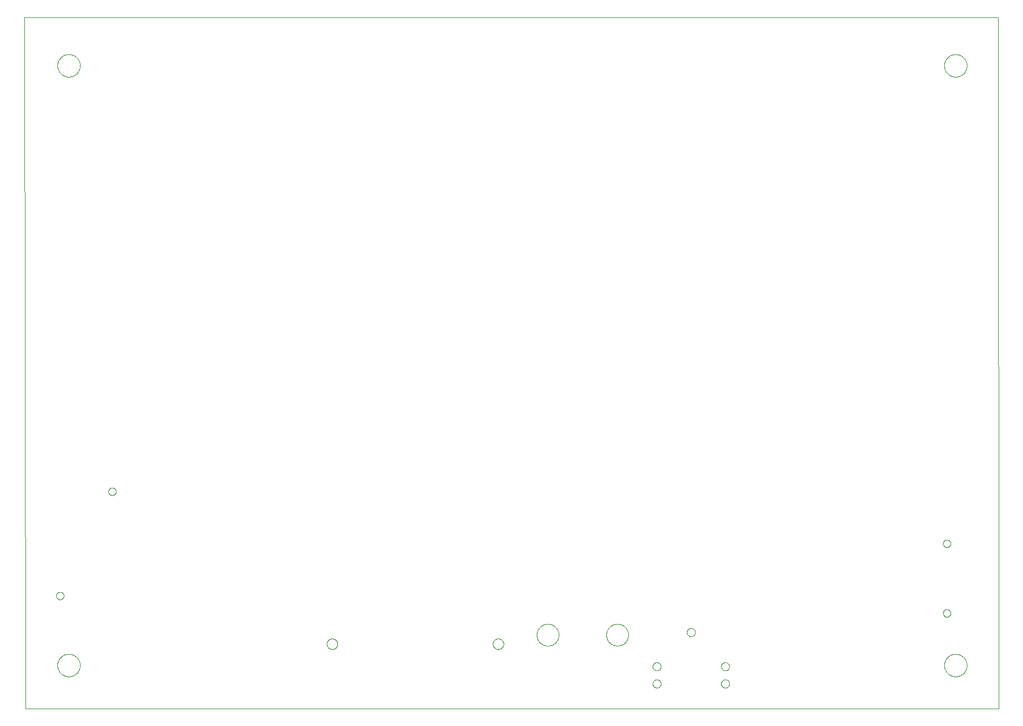
<source format=gko>
G75*
%MOIN*%
%OFA0B0*%
%FSLAX25Y25*%
%IPPOS*%
%LPD*%
%AMOC8*
5,1,8,0,0,1.08239X$1,22.5*
%
%ADD10C,0.00000*%
D10*
X0016817Y0051800D02*
X0016317Y0449501D01*
X0576239Y0449501D01*
X0576739Y0051800D01*
X0016817Y0051800D01*
X0035321Y0076800D02*
X0035323Y0076961D01*
X0035329Y0077121D01*
X0035339Y0077282D01*
X0035353Y0077442D01*
X0035371Y0077601D01*
X0035392Y0077761D01*
X0035418Y0077919D01*
X0035448Y0078077D01*
X0035481Y0078234D01*
X0035519Y0078391D01*
X0035560Y0078546D01*
X0035605Y0078700D01*
X0035654Y0078853D01*
X0035707Y0079005D01*
X0035763Y0079155D01*
X0035823Y0079304D01*
X0035887Y0079452D01*
X0035954Y0079598D01*
X0036025Y0079742D01*
X0036100Y0079884D01*
X0036178Y0080025D01*
X0036259Y0080163D01*
X0036344Y0080300D01*
X0036433Y0080434D01*
X0036524Y0080566D01*
X0036619Y0080696D01*
X0036717Y0080823D01*
X0036818Y0080948D01*
X0036922Y0081071D01*
X0037029Y0081190D01*
X0037139Y0081307D01*
X0037252Y0081422D01*
X0037368Y0081533D01*
X0037486Y0081642D01*
X0037607Y0081747D01*
X0037731Y0081850D01*
X0037857Y0081950D01*
X0037986Y0082046D01*
X0038117Y0082139D01*
X0038250Y0082229D01*
X0038385Y0082316D01*
X0038523Y0082399D01*
X0038662Y0082478D01*
X0038804Y0082555D01*
X0038947Y0082628D01*
X0039092Y0082697D01*
X0039239Y0082762D01*
X0039387Y0082824D01*
X0039537Y0082883D01*
X0039688Y0082937D01*
X0039840Y0082988D01*
X0039994Y0083035D01*
X0040149Y0083078D01*
X0040304Y0083117D01*
X0040461Y0083153D01*
X0040619Y0083185D01*
X0040777Y0083212D01*
X0040936Y0083236D01*
X0041095Y0083256D01*
X0041255Y0083272D01*
X0041416Y0083284D01*
X0041576Y0083292D01*
X0041737Y0083296D01*
X0041897Y0083296D01*
X0042058Y0083292D01*
X0042218Y0083284D01*
X0042379Y0083272D01*
X0042539Y0083256D01*
X0042698Y0083236D01*
X0042857Y0083212D01*
X0043015Y0083185D01*
X0043173Y0083153D01*
X0043330Y0083117D01*
X0043485Y0083078D01*
X0043640Y0083035D01*
X0043794Y0082988D01*
X0043946Y0082937D01*
X0044097Y0082883D01*
X0044247Y0082824D01*
X0044395Y0082762D01*
X0044542Y0082697D01*
X0044687Y0082628D01*
X0044830Y0082555D01*
X0044972Y0082478D01*
X0045111Y0082399D01*
X0045249Y0082316D01*
X0045384Y0082229D01*
X0045517Y0082139D01*
X0045648Y0082046D01*
X0045777Y0081950D01*
X0045903Y0081850D01*
X0046027Y0081747D01*
X0046148Y0081642D01*
X0046266Y0081533D01*
X0046382Y0081422D01*
X0046495Y0081307D01*
X0046605Y0081190D01*
X0046712Y0081071D01*
X0046816Y0080948D01*
X0046917Y0080823D01*
X0047015Y0080696D01*
X0047110Y0080566D01*
X0047201Y0080434D01*
X0047290Y0080300D01*
X0047375Y0080163D01*
X0047456Y0080025D01*
X0047534Y0079884D01*
X0047609Y0079742D01*
X0047680Y0079598D01*
X0047747Y0079452D01*
X0047811Y0079304D01*
X0047871Y0079155D01*
X0047927Y0079005D01*
X0047980Y0078853D01*
X0048029Y0078700D01*
X0048074Y0078546D01*
X0048115Y0078391D01*
X0048153Y0078234D01*
X0048186Y0078077D01*
X0048216Y0077919D01*
X0048242Y0077761D01*
X0048263Y0077601D01*
X0048281Y0077442D01*
X0048295Y0077282D01*
X0048305Y0077121D01*
X0048311Y0076961D01*
X0048313Y0076800D01*
X0048311Y0076639D01*
X0048305Y0076479D01*
X0048295Y0076318D01*
X0048281Y0076158D01*
X0048263Y0075999D01*
X0048242Y0075839D01*
X0048216Y0075681D01*
X0048186Y0075523D01*
X0048153Y0075366D01*
X0048115Y0075209D01*
X0048074Y0075054D01*
X0048029Y0074900D01*
X0047980Y0074747D01*
X0047927Y0074595D01*
X0047871Y0074445D01*
X0047811Y0074296D01*
X0047747Y0074148D01*
X0047680Y0074002D01*
X0047609Y0073858D01*
X0047534Y0073716D01*
X0047456Y0073575D01*
X0047375Y0073437D01*
X0047290Y0073300D01*
X0047201Y0073166D01*
X0047110Y0073034D01*
X0047015Y0072904D01*
X0046917Y0072777D01*
X0046816Y0072652D01*
X0046712Y0072529D01*
X0046605Y0072410D01*
X0046495Y0072293D01*
X0046382Y0072178D01*
X0046266Y0072067D01*
X0046148Y0071958D01*
X0046027Y0071853D01*
X0045903Y0071750D01*
X0045777Y0071650D01*
X0045648Y0071554D01*
X0045517Y0071461D01*
X0045384Y0071371D01*
X0045249Y0071284D01*
X0045111Y0071201D01*
X0044972Y0071122D01*
X0044830Y0071045D01*
X0044687Y0070972D01*
X0044542Y0070903D01*
X0044395Y0070838D01*
X0044247Y0070776D01*
X0044097Y0070717D01*
X0043946Y0070663D01*
X0043794Y0070612D01*
X0043640Y0070565D01*
X0043485Y0070522D01*
X0043330Y0070483D01*
X0043173Y0070447D01*
X0043015Y0070415D01*
X0042857Y0070388D01*
X0042698Y0070364D01*
X0042539Y0070344D01*
X0042379Y0070328D01*
X0042218Y0070316D01*
X0042058Y0070308D01*
X0041897Y0070304D01*
X0041737Y0070304D01*
X0041576Y0070308D01*
X0041416Y0070316D01*
X0041255Y0070328D01*
X0041095Y0070344D01*
X0040936Y0070364D01*
X0040777Y0070388D01*
X0040619Y0070415D01*
X0040461Y0070447D01*
X0040304Y0070483D01*
X0040149Y0070522D01*
X0039994Y0070565D01*
X0039840Y0070612D01*
X0039688Y0070663D01*
X0039537Y0070717D01*
X0039387Y0070776D01*
X0039239Y0070838D01*
X0039092Y0070903D01*
X0038947Y0070972D01*
X0038804Y0071045D01*
X0038662Y0071122D01*
X0038523Y0071201D01*
X0038385Y0071284D01*
X0038250Y0071371D01*
X0038117Y0071461D01*
X0037986Y0071554D01*
X0037857Y0071650D01*
X0037731Y0071750D01*
X0037607Y0071853D01*
X0037486Y0071958D01*
X0037368Y0072067D01*
X0037252Y0072178D01*
X0037139Y0072293D01*
X0037029Y0072410D01*
X0036922Y0072529D01*
X0036818Y0072652D01*
X0036717Y0072777D01*
X0036619Y0072904D01*
X0036524Y0073034D01*
X0036433Y0073166D01*
X0036344Y0073300D01*
X0036259Y0073437D01*
X0036178Y0073575D01*
X0036100Y0073716D01*
X0036025Y0073858D01*
X0035954Y0074002D01*
X0035887Y0074148D01*
X0035823Y0074296D01*
X0035763Y0074445D01*
X0035707Y0074595D01*
X0035654Y0074747D01*
X0035605Y0074900D01*
X0035560Y0075054D01*
X0035519Y0075209D01*
X0035481Y0075366D01*
X0035448Y0075523D01*
X0035418Y0075681D01*
X0035392Y0075839D01*
X0035371Y0075999D01*
X0035353Y0076158D01*
X0035339Y0076318D01*
X0035329Y0076479D01*
X0035323Y0076639D01*
X0035321Y0076800D01*
X0034652Y0116800D02*
X0034654Y0116893D01*
X0034660Y0116985D01*
X0034670Y0117077D01*
X0034684Y0117168D01*
X0034701Y0117259D01*
X0034723Y0117349D01*
X0034748Y0117438D01*
X0034777Y0117526D01*
X0034810Y0117612D01*
X0034847Y0117697D01*
X0034887Y0117781D01*
X0034931Y0117862D01*
X0034978Y0117942D01*
X0035028Y0118020D01*
X0035082Y0118095D01*
X0035139Y0118168D01*
X0035199Y0118238D01*
X0035262Y0118306D01*
X0035328Y0118371D01*
X0035396Y0118433D01*
X0035467Y0118493D01*
X0035541Y0118549D01*
X0035617Y0118602D01*
X0035695Y0118651D01*
X0035775Y0118698D01*
X0035857Y0118740D01*
X0035941Y0118780D01*
X0036026Y0118815D01*
X0036113Y0118847D01*
X0036201Y0118876D01*
X0036290Y0118900D01*
X0036380Y0118921D01*
X0036471Y0118937D01*
X0036563Y0118950D01*
X0036655Y0118959D01*
X0036748Y0118964D01*
X0036840Y0118965D01*
X0036933Y0118962D01*
X0037025Y0118955D01*
X0037117Y0118944D01*
X0037208Y0118929D01*
X0037299Y0118911D01*
X0037389Y0118888D01*
X0037477Y0118862D01*
X0037565Y0118832D01*
X0037651Y0118798D01*
X0037735Y0118761D01*
X0037818Y0118719D01*
X0037899Y0118675D01*
X0037979Y0118627D01*
X0038056Y0118576D01*
X0038130Y0118521D01*
X0038203Y0118463D01*
X0038273Y0118403D01*
X0038340Y0118339D01*
X0038404Y0118273D01*
X0038466Y0118203D01*
X0038524Y0118132D01*
X0038579Y0118058D01*
X0038631Y0117981D01*
X0038680Y0117902D01*
X0038726Y0117822D01*
X0038768Y0117739D01*
X0038806Y0117655D01*
X0038841Y0117569D01*
X0038872Y0117482D01*
X0038899Y0117394D01*
X0038922Y0117304D01*
X0038942Y0117214D01*
X0038958Y0117123D01*
X0038970Y0117031D01*
X0038978Y0116939D01*
X0038982Y0116846D01*
X0038982Y0116754D01*
X0038978Y0116661D01*
X0038970Y0116569D01*
X0038958Y0116477D01*
X0038942Y0116386D01*
X0038922Y0116296D01*
X0038899Y0116206D01*
X0038872Y0116118D01*
X0038841Y0116031D01*
X0038806Y0115945D01*
X0038768Y0115861D01*
X0038726Y0115778D01*
X0038680Y0115698D01*
X0038631Y0115619D01*
X0038579Y0115542D01*
X0038524Y0115468D01*
X0038466Y0115397D01*
X0038404Y0115327D01*
X0038340Y0115261D01*
X0038273Y0115197D01*
X0038203Y0115137D01*
X0038130Y0115079D01*
X0038056Y0115024D01*
X0037979Y0114973D01*
X0037900Y0114925D01*
X0037818Y0114881D01*
X0037735Y0114839D01*
X0037651Y0114802D01*
X0037565Y0114768D01*
X0037477Y0114738D01*
X0037389Y0114712D01*
X0037299Y0114689D01*
X0037208Y0114671D01*
X0037117Y0114656D01*
X0037025Y0114645D01*
X0036933Y0114638D01*
X0036840Y0114635D01*
X0036748Y0114636D01*
X0036655Y0114641D01*
X0036563Y0114650D01*
X0036471Y0114663D01*
X0036380Y0114679D01*
X0036290Y0114700D01*
X0036201Y0114724D01*
X0036113Y0114753D01*
X0036026Y0114785D01*
X0035941Y0114820D01*
X0035857Y0114860D01*
X0035775Y0114902D01*
X0035695Y0114949D01*
X0035617Y0114998D01*
X0035541Y0115051D01*
X0035467Y0115107D01*
X0035396Y0115167D01*
X0035328Y0115229D01*
X0035262Y0115294D01*
X0035199Y0115362D01*
X0035139Y0115432D01*
X0035082Y0115505D01*
X0035028Y0115580D01*
X0034978Y0115658D01*
X0034931Y0115738D01*
X0034887Y0115819D01*
X0034847Y0115903D01*
X0034810Y0115988D01*
X0034777Y0116074D01*
X0034748Y0116162D01*
X0034723Y0116251D01*
X0034701Y0116341D01*
X0034684Y0116432D01*
X0034670Y0116523D01*
X0034660Y0116615D01*
X0034654Y0116707D01*
X0034652Y0116800D01*
X0064652Y0176800D02*
X0064654Y0176893D01*
X0064660Y0176985D01*
X0064670Y0177077D01*
X0064684Y0177168D01*
X0064701Y0177259D01*
X0064723Y0177349D01*
X0064748Y0177438D01*
X0064777Y0177526D01*
X0064810Y0177612D01*
X0064847Y0177697D01*
X0064887Y0177781D01*
X0064931Y0177862D01*
X0064978Y0177942D01*
X0065028Y0178020D01*
X0065082Y0178095D01*
X0065139Y0178168D01*
X0065199Y0178238D01*
X0065262Y0178306D01*
X0065328Y0178371D01*
X0065396Y0178433D01*
X0065467Y0178493D01*
X0065541Y0178549D01*
X0065617Y0178602D01*
X0065695Y0178651D01*
X0065775Y0178698D01*
X0065857Y0178740D01*
X0065941Y0178780D01*
X0066026Y0178815D01*
X0066113Y0178847D01*
X0066201Y0178876D01*
X0066290Y0178900D01*
X0066380Y0178921D01*
X0066471Y0178937D01*
X0066563Y0178950D01*
X0066655Y0178959D01*
X0066748Y0178964D01*
X0066840Y0178965D01*
X0066933Y0178962D01*
X0067025Y0178955D01*
X0067117Y0178944D01*
X0067208Y0178929D01*
X0067299Y0178911D01*
X0067389Y0178888D01*
X0067477Y0178862D01*
X0067565Y0178832D01*
X0067651Y0178798D01*
X0067735Y0178761D01*
X0067818Y0178719D01*
X0067899Y0178675D01*
X0067979Y0178627D01*
X0068056Y0178576D01*
X0068130Y0178521D01*
X0068203Y0178463D01*
X0068273Y0178403D01*
X0068340Y0178339D01*
X0068404Y0178273D01*
X0068466Y0178203D01*
X0068524Y0178132D01*
X0068579Y0178058D01*
X0068631Y0177981D01*
X0068680Y0177902D01*
X0068726Y0177822D01*
X0068768Y0177739D01*
X0068806Y0177655D01*
X0068841Y0177569D01*
X0068872Y0177482D01*
X0068899Y0177394D01*
X0068922Y0177304D01*
X0068942Y0177214D01*
X0068958Y0177123D01*
X0068970Y0177031D01*
X0068978Y0176939D01*
X0068982Y0176846D01*
X0068982Y0176754D01*
X0068978Y0176661D01*
X0068970Y0176569D01*
X0068958Y0176477D01*
X0068942Y0176386D01*
X0068922Y0176296D01*
X0068899Y0176206D01*
X0068872Y0176118D01*
X0068841Y0176031D01*
X0068806Y0175945D01*
X0068768Y0175861D01*
X0068726Y0175778D01*
X0068680Y0175698D01*
X0068631Y0175619D01*
X0068579Y0175542D01*
X0068524Y0175468D01*
X0068466Y0175397D01*
X0068404Y0175327D01*
X0068340Y0175261D01*
X0068273Y0175197D01*
X0068203Y0175137D01*
X0068130Y0175079D01*
X0068056Y0175024D01*
X0067979Y0174973D01*
X0067900Y0174925D01*
X0067818Y0174881D01*
X0067735Y0174839D01*
X0067651Y0174802D01*
X0067565Y0174768D01*
X0067477Y0174738D01*
X0067389Y0174712D01*
X0067299Y0174689D01*
X0067208Y0174671D01*
X0067117Y0174656D01*
X0067025Y0174645D01*
X0066933Y0174638D01*
X0066840Y0174635D01*
X0066748Y0174636D01*
X0066655Y0174641D01*
X0066563Y0174650D01*
X0066471Y0174663D01*
X0066380Y0174679D01*
X0066290Y0174700D01*
X0066201Y0174724D01*
X0066113Y0174753D01*
X0066026Y0174785D01*
X0065941Y0174820D01*
X0065857Y0174860D01*
X0065775Y0174902D01*
X0065695Y0174949D01*
X0065617Y0174998D01*
X0065541Y0175051D01*
X0065467Y0175107D01*
X0065396Y0175167D01*
X0065328Y0175229D01*
X0065262Y0175294D01*
X0065199Y0175362D01*
X0065139Y0175432D01*
X0065082Y0175505D01*
X0065028Y0175580D01*
X0064978Y0175658D01*
X0064931Y0175738D01*
X0064887Y0175819D01*
X0064847Y0175903D01*
X0064810Y0175988D01*
X0064777Y0176074D01*
X0064748Y0176162D01*
X0064723Y0176251D01*
X0064701Y0176341D01*
X0064684Y0176432D01*
X0064670Y0176523D01*
X0064660Y0176615D01*
X0064654Y0176707D01*
X0064652Y0176800D01*
X0190262Y0089068D02*
X0190264Y0089178D01*
X0190270Y0089288D01*
X0190280Y0089398D01*
X0190294Y0089507D01*
X0190312Y0089616D01*
X0190333Y0089724D01*
X0190359Y0089831D01*
X0190388Y0089937D01*
X0190422Y0090042D01*
X0190459Y0090146D01*
X0190500Y0090248D01*
X0190544Y0090349D01*
X0190592Y0090448D01*
X0190644Y0090546D01*
X0190699Y0090641D01*
X0190757Y0090734D01*
X0190819Y0090825D01*
X0190884Y0090914D01*
X0190952Y0091001D01*
X0191024Y0091085D01*
X0191098Y0091166D01*
X0191175Y0091245D01*
X0191255Y0091321D01*
X0191338Y0091393D01*
X0191423Y0091463D01*
X0191511Y0091530D01*
X0191601Y0091593D01*
X0191693Y0091653D01*
X0191787Y0091710D01*
X0191884Y0091764D01*
X0191982Y0091813D01*
X0192082Y0091860D01*
X0192184Y0091902D01*
X0192287Y0091941D01*
X0192391Y0091976D01*
X0192497Y0092008D01*
X0192603Y0092035D01*
X0192711Y0092059D01*
X0192819Y0092079D01*
X0192928Y0092095D01*
X0193038Y0092107D01*
X0193148Y0092115D01*
X0193258Y0092119D01*
X0193368Y0092119D01*
X0193478Y0092115D01*
X0193588Y0092107D01*
X0193698Y0092095D01*
X0193807Y0092079D01*
X0193915Y0092059D01*
X0194023Y0092035D01*
X0194129Y0092008D01*
X0194235Y0091976D01*
X0194339Y0091941D01*
X0194442Y0091902D01*
X0194544Y0091860D01*
X0194644Y0091813D01*
X0194742Y0091764D01*
X0194838Y0091710D01*
X0194933Y0091653D01*
X0195025Y0091593D01*
X0195115Y0091530D01*
X0195203Y0091463D01*
X0195288Y0091393D01*
X0195371Y0091321D01*
X0195451Y0091245D01*
X0195528Y0091166D01*
X0195602Y0091085D01*
X0195674Y0091001D01*
X0195742Y0090914D01*
X0195807Y0090825D01*
X0195869Y0090734D01*
X0195927Y0090641D01*
X0195982Y0090546D01*
X0196034Y0090448D01*
X0196082Y0090349D01*
X0196126Y0090248D01*
X0196167Y0090146D01*
X0196204Y0090042D01*
X0196238Y0089937D01*
X0196267Y0089831D01*
X0196293Y0089724D01*
X0196314Y0089616D01*
X0196332Y0089507D01*
X0196346Y0089398D01*
X0196356Y0089288D01*
X0196362Y0089178D01*
X0196364Y0089068D01*
X0196362Y0088958D01*
X0196356Y0088848D01*
X0196346Y0088738D01*
X0196332Y0088629D01*
X0196314Y0088520D01*
X0196293Y0088412D01*
X0196267Y0088305D01*
X0196238Y0088199D01*
X0196204Y0088094D01*
X0196167Y0087990D01*
X0196126Y0087888D01*
X0196082Y0087787D01*
X0196034Y0087688D01*
X0195982Y0087590D01*
X0195927Y0087495D01*
X0195869Y0087402D01*
X0195807Y0087311D01*
X0195742Y0087222D01*
X0195674Y0087135D01*
X0195602Y0087051D01*
X0195528Y0086970D01*
X0195451Y0086891D01*
X0195371Y0086815D01*
X0195288Y0086743D01*
X0195203Y0086673D01*
X0195115Y0086606D01*
X0195025Y0086543D01*
X0194933Y0086483D01*
X0194839Y0086426D01*
X0194742Y0086372D01*
X0194644Y0086323D01*
X0194544Y0086276D01*
X0194442Y0086234D01*
X0194339Y0086195D01*
X0194235Y0086160D01*
X0194129Y0086128D01*
X0194023Y0086101D01*
X0193915Y0086077D01*
X0193807Y0086057D01*
X0193698Y0086041D01*
X0193588Y0086029D01*
X0193478Y0086021D01*
X0193368Y0086017D01*
X0193258Y0086017D01*
X0193148Y0086021D01*
X0193038Y0086029D01*
X0192928Y0086041D01*
X0192819Y0086057D01*
X0192711Y0086077D01*
X0192603Y0086101D01*
X0192497Y0086128D01*
X0192391Y0086160D01*
X0192287Y0086195D01*
X0192184Y0086234D01*
X0192082Y0086276D01*
X0191982Y0086323D01*
X0191884Y0086372D01*
X0191787Y0086426D01*
X0191693Y0086483D01*
X0191601Y0086543D01*
X0191511Y0086606D01*
X0191423Y0086673D01*
X0191338Y0086743D01*
X0191255Y0086815D01*
X0191175Y0086891D01*
X0191098Y0086970D01*
X0191024Y0087051D01*
X0190952Y0087135D01*
X0190884Y0087222D01*
X0190819Y0087311D01*
X0190757Y0087402D01*
X0190699Y0087495D01*
X0190644Y0087590D01*
X0190592Y0087688D01*
X0190544Y0087787D01*
X0190500Y0087888D01*
X0190459Y0087990D01*
X0190422Y0088094D01*
X0190388Y0088199D01*
X0190359Y0088305D01*
X0190333Y0088412D01*
X0190312Y0088520D01*
X0190294Y0088629D01*
X0190280Y0088738D01*
X0190270Y0088848D01*
X0190264Y0088958D01*
X0190262Y0089068D01*
X0285774Y0089068D02*
X0285776Y0089178D01*
X0285782Y0089288D01*
X0285792Y0089398D01*
X0285806Y0089507D01*
X0285824Y0089616D01*
X0285845Y0089724D01*
X0285871Y0089831D01*
X0285900Y0089937D01*
X0285934Y0090042D01*
X0285971Y0090146D01*
X0286012Y0090248D01*
X0286056Y0090349D01*
X0286104Y0090448D01*
X0286156Y0090546D01*
X0286211Y0090641D01*
X0286269Y0090734D01*
X0286331Y0090825D01*
X0286396Y0090914D01*
X0286464Y0091001D01*
X0286536Y0091085D01*
X0286610Y0091166D01*
X0286687Y0091245D01*
X0286767Y0091321D01*
X0286850Y0091393D01*
X0286935Y0091463D01*
X0287023Y0091530D01*
X0287113Y0091593D01*
X0287205Y0091653D01*
X0287299Y0091710D01*
X0287396Y0091764D01*
X0287494Y0091813D01*
X0287594Y0091860D01*
X0287696Y0091902D01*
X0287799Y0091941D01*
X0287903Y0091976D01*
X0288009Y0092008D01*
X0288115Y0092035D01*
X0288223Y0092059D01*
X0288331Y0092079D01*
X0288440Y0092095D01*
X0288550Y0092107D01*
X0288660Y0092115D01*
X0288770Y0092119D01*
X0288880Y0092119D01*
X0288990Y0092115D01*
X0289100Y0092107D01*
X0289210Y0092095D01*
X0289319Y0092079D01*
X0289427Y0092059D01*
X0289535Y0092035D01*
X0289641Y0092008D01*
X0289747Y0091976D01*
X0289851Y0091941D01*
X0289954Y0091902D01*
X0290056Y0091860D01*
X0290156Y0091813D01*
X0290254Y0091764D01*
X0290350Y0091710D01*
X0290445Y0091653D01*
X0290537Y0091593D01*
X0290627Y0091530D01*
X0290715Y0091463D01*
X0290800Y0091393D01*
X0290883Y0091321D01*
X0290963Y0091245D01*
X0291040Y0091166D01*
X0291114Y0091085D01*
X0291186Y0091001D01*
X0291254Y0090914D01*
X0291319Y0090825D01*
X0291381Y0090734D01*
X0291439Y0090641D01*
X0291494Y0090546D01*
X0291546Y0090448D01*
X0291594Y0090349D01*
X0291638Y0090248D01*
X0291679Y0090146D01*
X0291716Y0090042D01*
X0291750Y0089937D01*
X0291779Y0089831D01*
X0291805Y0089724D01*
X0291826Y0089616D01*
X0291844Y0089507D01*
X0291858Y0089398D01*
X0291868Y0089288D01*
X0291874Y0089178D01*
X0291876Y0089068D01*
X0291874Y0088958D01*
X0291868Y0088848D01*
X0291858Y0088738D01*
X0291844Y0088629D01*
X0291826Y0088520D01*
X0291805Y0088412D01*
X0291779Y0088305D01*
X0291750Y0088199D01*
X0291716Y0088094D01*
X0291679Y0087990D01*
X0291638Y0087888D01*
X0291594Y0087787D01*
X0291546Y0087688D01*
X0291494Y0087590D01*
X0291439Y0087495D01*
X0291381Y0087402D01*
X0291319Y0087311D01*
X0291254Y0087222D01*
X0291186Y0087135D01*
X0291114Y0087051D01*
X0291040Y0086970D01*
X0290963Y0086891D01*
X0290883Y0086815D01*
X0290800Y0086743D01*
X0290715Y0086673D01*
X0290627Y0086606D01*
X0290537Y0086543D01*
X0290445Y0086483D01*
X0290351Y0086426D01*
X0290254Y0086372D01*
X0290156Y0086323D01*
X0290056Y0086276D01*
X0289954Y0086234D01*
X0289851Y0086195D01*
X0289747Y0086160D01*
X0289641Y0086128D01*
X0289535Y0086101D01*
X0289427Y0086077D01*
X0289319Y0086057D01*
X0289210Y0086041D01*
X0289100Y0086029D01*
X0288990Y0086021D01*
X0288880Y0086017D01*
X0288770Y0086017D01*
X0288660Y0086021D01*
X0288550Y0086029D01*
X0288440Y0086041D01*
X0288331Y0086057D01*
X0288223Y0086077D01*
X0288115Y0086101D01*
X0288009Y0086128D01*
X0287903Y0086160D01*
X0287799Y0086195D01*
X0287696Y0086234D01*
X0287594Y0086276D01*
X0287494Y0086323D01*
X0287396Y0086372D01*
X0287299Y0086426D01*
X0287205Y0086483D01*
X0287113Y0086543D01*
X0287023Y0086606D01*
X0286935Y0086673D01*
X0286850Y0086743D01*
X0286767Y0086815D01*
X0286687Y0086891D01*
X0286610Y0086970D01*
X0286536Y0087051D01*
X0286464Y0087135D01*
X0286396Y0087222D01*
X0286331Y0087311D01*
X0286269Y0087402D01*
X0286211Y0087495D01*
X0286156Y0087590D01*
X0286104Y0087688D01*
X0286056Y0087787D01*
X0286012Y0087888D01*
X0285971Y0087990D01*
X0285934Y0088094D01*
X0285900Y0088199D01*
X0285871Y0088305D01*
X0285845Y0088412D01*
X0285824Y0088520D01*
X0285806Y0088629D01*
X0285792Y0088738D01*
X0285782Y0088848D01*
X0285776Y0088958D01*
X0285774Y0089068D01*
X0311018Y0094300D02*
X0311020Y0094458D01*
X0311026Y0094616D01*
X0311036Y0094774D01*
X0311050Y0094932D01*
X0311068Y0095089D01*
X0311089Y0095246D01*
X0311115Y0095402D01*
X0311145Y0095558D01*
X0311178Y0095713D01*
X0311216Y0095866D01*
X0311257Y0096019D01*
X0311302Y0096171D01*
X0311351Y0096322D01*
X0311404Y0096471D01*
X0311460Y0096619D01*
X0311520Y0096765D01*
X0311584Y0096910D01*
X0311652Y0097053D01*
X0311723Y0097195D01*
X0311797Y0097335D01*
X0311875Y0097472D01*
X0311957Y0097608D01*
X0312041Y0097742D01*
X0312130Y0097873D01*
X0312221Y0098002D01*
X0312316Y0098129D01*
X0312413Y0098254D01*
X0312514Y0098376D01*
X0312618Y0098495D01*
X0312725Y0098612D01*
X0312835Y0098726D01*
X0312948Y0098837D01*
X0313063Y0098946D01*
X0313181Y0099051D01*
X0313302Y0099153D01*
X0313425Y0099253D01*
X0313551Y0099349D01*
X0313679Y0099442D01*
X0313809Y0099532D01*
X0313942Y0099618D01*
X0314077Y0099702D01*
X0314213Y0099781D01*
X0314352Y0099858D01*
X0314493Y0099930D01*
X0314635Y0100000D01*
X0314779Y0100065D01*
X0314925Y0100127D01*
X0315072Y0100185D01*
X0315221Y0100240D01*
X0315371Y0100291D01*
X0315522Y0100338D01*
X0315674Y0100381D01*
X0315827Y0100420D01*
X0315982Y0100456D01*
X0316137Y0100487D01*
X0316293Y0100515D01*
X0316449Y0100539D01*
X0316606Y0100559D01*
X0316764Y0100575D01*
X0316921Y0100587D01*
X0317080Y0100595D01*
X0317238Y0100599D01*
X0317396Y0100599D01*
X0317554Y0100595D01*
X0317713Y0100587D01*
X0317870Y0100575D01*
X0318028Y0100559D01*
X0318185Y0100539D01*
X0318341Y0100515D01*
X0318497Y0100487D01*
X0318652Y0100456D01*
X0318807Y0100420D01*
X0318960Y0100381D01*
X0319112Y0100338D01*
X0319263Y0100291D01*
X0319413Y0100240D01*
X0319562Y0100185D01*
X0319709Y0100127D01*
X0319855Y0100065D01*
X0319999Y0100000D01*
X0320141Y0099930D01*
X0320282Y0099858D01*
X0320421Y0099781D01*
X0320557Y0099702D01*
X0320692Y0099618D01*
X0320825Y0099532D01*
X0320955Y0099442D01*
X0321083Y0099349D01*
X0321209Y0099253D01*
X0321332Y0099153D01*
X0321453Y0099051D01*
X0321571Y0098946D01*
X0321686Y0098837D01*
X0321799Y0098726D01*
X0321909Y0098612D01*
X0322016Y0098495D01*
X0322120Y0098376D01*
X0322221Y0098254D01*
X0322318Y0098129D01*
X0322413Y0098002D01*
X0322504Y0097873D01*
X0322593Y0097742D01*
X0322677Y0097608D01*
X0322759Y0097472D01*
X0322837Y0097335D01*
X0322911Y0097195D01*
X0322982Y0097053D01*
X0323050Y0096910D01*
X0323114Y0096765D01*
X0323174Y0096619D01*
X0323230Y0096471D01*
X0323283Y0096322D01*
X0323332Y0096171D01*
X0323377Y0096019D01*
X0323418Y0095866D01*
X0323456Y0095713D01*
X0323489Y0095558D01*
X0323519Y0095402D01*
X0323545Y0095246D01*
X0323566Y0095089D01*
X0323584Y0094932D01*
X0323598Y0094774D01*
X0323608Y0094616D01*
X0323614Y0094458D01*
X0323616Y0094300D01*
X0323614Y0094142D01*
X0323608Y0093984D01*
X0323598Y0093826D01*
X0323584Y0093668D01*
X0323566Y0093511D01*
X0323545Y0093354D01*
X0323519Y0093198D01*
X0323489Y0093042D01*
X0323456Y0092887D01*
X0323418Y0092734D01*
X0323377Y0092581D01*
X0323332Y0092429D01*
X0323283Y0092278D01*
X0323230Y0092129D01*
X0323174Y0091981D01*
X0323114Y0091835D01*
X0323050Y0091690D01*
X0322982Y0091547D01*
X0322911Y0091405D01*
X0322837Y0091265D01*
X0322759Y0091128D01*
X0322677Y0090992D01*
X0322593Y0090858D01*
X0322504Y0090727D01*
X0322413Y0090598D01*
X0322318Y0090471D01*
X0322221Y0090346D01*
X0322120Y0090224D01*
X0322016Y0090105D01*
X0321909Y0089988D01*
X0321799Y0089874D01*
X0321686Y0089763D01*
X0321571Y0089654D01*
X0321453Y0089549D01*
X0321332Y0089447D01*
X0321209Y0089347D01*
X0321083Y0089251D01*
X0320955Y0089158D01*
X0320825Y0089068D01*
X0320692Y0088982D01*
X0320557Y0088898D01*
X0320421Y0088819D01*
X0320282Y0088742D01*
X0320141Y0088670D01*
X0319999Y0088600D01*
X0319855Y0088535D01*
X0319709Y0088473D01*
X0319562Y0088415D01*
X0319413Y0088360D01*
X0319263Y0088309D01*
X0319112Y0088262D01*
X0318960Y0088219D01*
X0318807Y0088180D01*
X0318652Y0088144D01*
X0318497Y0088113D01*
X0318341Y0088085D01*
X0318185Y0088061D01*
X0318028Y0088041D01*
X0317870Y0088025D01*
X0317713Y0088013D01*
X0317554Y0088005D01*
X0317396Y0088001D01*
X0317238Y0088001D01*
X0317080Y0088005D01*
X0316921Y0088013D01*
X0316764Y0088025D01*
X0316606Y0088041D01*
X0316449Y0088061D01*
X0316293Y0088085D01*
X0316137Y0088113D01*
X0315982Y0088144D01*
X0315827Y0088180D01*
X0315674Y0088219D01*
X0315522Y0088262D01*
X0315371Y0088309D01*
X0315221Y0088360D01*
X0315072Y0088415D01*
X0314925Y0088473D01*
X0314779Y0088535D01*
X0314635Y0088600D01*
X0314493Y0088670D01*
X0314352Y0088742D01*
X0314213Y0088819D01*
X0314077Y0088898D01*
X0313942Y0088982D01*
X0313809Y0089068D01*
X0313679Y0089158D01*
X0313551Y0089251D01*
X0313425Y0089347D01*
X0313302Y0089447D01*
X0313181Y0089549D01*
X0313063Y0089654D01*
X0312948Y0089763D01*
X0312835Y0089874D01*
X0312725Y0089988D01*
X0312618Y0090105D01*
X0312514Y0090224D01*
X0312413Y0090346D01*
X0312316Y0090471D01*
X0312221Y0090598D01*
X0312130Y0090727D01*
X0312041Y0090858D01*
X0311957Y0090992D01*
X0311875Y0091128D01*
X0311797Y0091265D01*
X0311723Y0091405D01*
X0311652Y0091547D01*
X0311584Y0091690D01*
X0311520Y0091835D01*
X0311460Y0091981D01*
X0311404Y0092129D01*
X0311351Y0092278D01*
X0311302Y0092429D01*
X0311257Y0092581D01*
X0311216Y0092734D01*
X0311178Y0092887D01*
X0311145Y0093042D01*
X0311115Y0093198D01*
X0311089Y0093354D01*
X0311068Y0093511D01*
X0311050Y0093668D01*
X0311036Y0093826D01*
X0311026Y0093984D01*
X0311020Y0094142D01*
X0311018Y0094300D01*
X0351018Y0094300D02*
X0351020Y0094458D01*
X0351026Y0094616D01*
X0351036Y0094774D01*
X0351050Y0094932D01*
X0351068Y0095089D01*
X0351089Y0095246D01*
X0351115Y0095402D01*
X0351145Y0095558D01*
X0351178Y0095713D01*
X0351216Y0095866D01*
X0351257Y0096019D01*
X0351302Y0096171D01*
X0351351Y0096322D01*
X0351404Y0096471D01*
X0351460Y0096619D01*
X0351520Y0096765D01*
X0351584Y0096910D01*
X0351652Y0097053D01*
X0351723Y0097195D01*
X0351797Y0097335D01*
X0351875Y0097472D01*
X0351957Y0097608D01*
X0352041Y0097742D01*
X0352130Y0097873D01*
X0352221Y0098002D01*
X0352316Y0098129D01*
X0352413Y0098254D01*
X0352514Y0098376D01*
X0352618Y0098495D01*
X0352725Y0098612D01*
X0352835Y0098726D01*
X0352948Y0098837D01*
X0353063Y0098946D01*
X0353181Y0099051D01*
X0353302Y0099153D01*
X0353425Y0099253D01*
X0353551Y0099349D01*
X0353679Y0099442D01*
X0353809Y0099532D01*
X0353942Y0099618D01*
X0354077Y0099702D01*
X0354213Y0099781D01*
X0354352Y0099858D01*
X0354493Y0099930D01*
X0354635Y0100000D01*
X0354779Y0100065D01*
X0354925Y0100127D01*
X0355072Y0100185D01*
X0355221Y0100240D01*
X0355371Y0100291D01*
X0355522Y0100338D01*
X0355674Y0100381D01*
X0355827Y0100420D01*
X0355982Y0100456D01*
X0356137Y0100487D01*
X0356293Y0100515D01*
X0356449Y0100539D01*
X0356606Y0100559D01*
X0356764Y0100575D01*
X0356921Y0100587D01*
X0357080Y0100595D01*
X0357238Y0100599D01*
X0357396Y0100599D01*
X0357554Y0100595D01*
X0357713Y0100587D01*
X0357870Y0100575D01*
X0358028Y0100559D01*
X0358185Y0100539D01*
X0358341Y0100515D01*
X0358497Y0100487D01*
X0358652Y0100456D01*
X0358807Y0100420D01*
X0358960Y0100381D01*
X0359112Y0100338D01*
X0359263Y0100291D01*
X0359413Y0100240D01*
X0359562Y0100185D01*
X0359709Y0100127D01*
X0359855Y0100065D01*
X0359999Y0100000D01*
X0360141Y0099930D01*
X0360282Y0099858D01*
X0360421Y0099781D01*
X0360557Y0099702D01*
X0360692Y0099618D01*
X0360825Y0099532D01*
X0360955Y0099442D01*
X0361083Y0099349D01*
X0361209Y0099253D01*
X0361332Y0099153D01*
X0361453Y0099051D01*
X0361571Y0098946D01*
X0361686Y0098837D01*
X0361799Y0098726D01*
X0361909Y0098612D01*
X0362016Y0098495D01*
X0362120Y0098376D01*
X0362221Y0098254D01*
X0362318Y0098129D01*
X0362413Y0098002D01*
X0362504Y0097873D01*
X0362593Y0097742D01*
X0362677Y0097608D01*
X0362759Y0097472D01*
X0362837Y0097335D01*
X0362911Y0097195D01*
X0362982Y0097053D01*
X0363050Y0096910D01*
X0363114Y0096765D01*
X0363174Y0096619D01*
X0363230Y0096471D01*
X0363283Y0096322D01*
X0363332Y0096171D01*
X0363377Y0096019D01*
X0363418Y0095866D01*
X0363456Y0095713D01*
X0363489Y0095558D01*
X0363519Y0095402D01*
X0363545Y0095246D01*
X0363566Y0095089D01*
X0363584Y0094932D01*
X0363598Y0094774D01*
X0363608Y0094616D01*
X0363614Y0094458D01*
X0363616Y0094300D01*
X0363614Y0094142D01*
X0363608Y0093984D01*
X0363598Y0093826D01*
X0363584Y0093668D01*
X0363566Y0093511D01*
X0363545Y0093354D01*
X0363519Y0093198D01*
X0363489Y0093042D01*
X0363456Y0092887D01*
X0363418Y0092734D01*
X0363377Y0092581D01*
X0363332Y0092429D01*
X0363283Y0092278D01*
X0363230Y0092129D01*
X0363174Y0091981D01*
X0363114Y0091835D01*
X0363050Y0091690D01*
X0362982Y0091547D01*
X0362911Y0091405D01*
X0362837Y0091265D01*
X0362759Y0091128D01*
X0362677Y0090992D01*
X0362593Y0090858D01*
X0362504Y0090727D01*
X0362413Y0090598D01*
X0362318Y0090471D01*
X0362221Y0090346D01*
X0362120Y0090224D01*
X0362016Y0090105D01*
X0361909Y0089988D01*
X0361799Y0089874D01*
X0361686Y0089763D01*
X0361571Y0089654D01*
X0361453Y0089549D01*
X0361332Y0089447D01*
X0361209Y0089347D01*
X0361083Y0089251D01*
X0360955Y0089158D01*
X0360825Y0089068D01*
X0360692Y0088982D01*
X0360557Y0088898D01*
X0360421Y0088819D01*
X0360282Y0088742D01*
X0360141Y0088670D01*
X0359999Y0088600D01*
X0359855Y0088535D01*
X0359709Y0088473D01*
X0359562Y0088415D01*
X0359413Y0088360D01*
X0359263Y0088309D01*
X0359112Y0088262D01*
X0358960Y0088219D01*
X0358807Y0088180D01*
X0358652Y0088144D01*
X0358497Y0088113D01*
X0358341Y0088085D01*
X0358185Y0088061D01*
X0358028Y0088041D01*
X0357870Y0088025D01*
X0357713Y0088013D01*
X0357554Y0088005D01*
X0357396Y0088001D01*
X0357238Y0088001D01*
X0357080Y0088005D01*
X0356921Y0088013D01*
X0356764Y0088025D01*
X0356606Y0088041D01*
X0356449Y0088061D01*
X0356293Y0088085D01*
X0356137Y0088113D01*
X0355982Y0088144D01*
X0355827Y0088180D01*
X0355674Y0088219D01*
X0355522Y0088262D01*
X0355371Y0088309D01*
X0355221Y0088360D01*
X0355072Y0088415D01*
X0354925Y0088473D01*
X0354779Y0088535D01*
X0354635Y0088600D01*
X0354493Y0088670D01*
X0354352Y0088742D01*
X0354213Y0088819D01*
X0354077Y0088898D01*
X0353942Y0088982D01*
X0353809Y0089068D01*
X0353679Y0089158D01*
X0353551Y0089251D01*
X0353425Y0089347D01*
X0353302Y0089447D01*
X0353181Y0089549D01*
X0353063Y0089654D01*
X0352948Y0089763D01*
X0352835Y0089874D01*
X0352725Y0089988D01*
X0352618Y0090105D01*
X0352514Y0090224D01*
X0352413Y0090346D01*
X0352316Y0090471D01*
X0352221Y0090598D01*
X0352130Y0090727D01*
X0352041Y0090858D01*
X0351957Y0090992D01*
X0351875Y0091128D01*
X0351797Y0091265D01*
X0351723Y0091405D01*
X0351652Y0091547D01*
X0351584Y0091690D01*
X0351520Y0091835D01*
X0351460Y0091981D01*
X0351404Y0092129D01*
X0351351Y0092278D01*
X0351302Y0092429D01*
X0351257Y0092581D01*
X0351216Y0092734D01*
X0351178Y0092887D01*
X0351145Y0093042D01*
X0351115Y0093198D01*
X0351089Y0093354D01*
X0351068Y0093511D01*
X0351050Y0093668D01*
X0351036Y0093826D01*
X0351026Y0093984D01*
X0351020Y0094142D01*
X0351018Y0094300D01*
X0377670Y0076100D02*
X0377672Y0076197D01*
X0377678Y0076294D01*
X0377688Y0076390D01*
X0377702Y0076486D01*
X0377720Y0076582D01*
X0377741Y0076676D01*
X0377767Y0076770D01*
X0377796Y0076862D01*
X0377830Y0076953D01*
X0377866Y0077043D01*
X0377907Y0077131D01*
X0377951Y0077217D01*
X0377999Y0077302D01*
X0378050Y0077384D01*
X0378104Y0077465D01*
X0378162Y0077543D01*
X0378223Y0077618D01*
X0378286Y0077691D01*
X0378353Y0077762D01*
X0378423Y0077829D01*
X0378495Y0077894D01*
X0378570Y0077955D01*
X0378648Y0078014D01*
X0378727Y0078069D01*
X0378809Y0078121D01*
X0378893Y0078169D01*
X0378979Y0078214D01*
X0379067Y0078256D01*
X0379156Y0078294D01*
X0379247Y0078328D01*
X0379339Y0078358D01*
X0379432Y0078385D01*
X0379527Y0078407D01*
X0379622Y0078426D01*
X0379718Y0078441D01*
X0379814Y0078452D01*
X0379911Y0078459D01*
X0380008Y0078462D01*
X0380105Y0078461D01*
X0380202Y0078456D01*
X0380298Y0078447D01*
X0380394Y0078434D01*
X0380490Y0078417D01*
X0380585Y0078396D01*
X0380678Y0078372D01*
X0380771Y0078343D01*
X0380863Y0078311D01*
X0380953Y0078275D01*
X0381041Y0078236D01*
X0381128Y0078192D01*
X0381213Y0078146D01*
X0381296Y0078095D01*
X0381377Y0078042D01*
X0381455Y0077985D01*
X0381532Y0077925D01*
X0381605Y0077862D01*
X0381676Y0077796D01*
X0381744Y0077727D01*
X0381810Y0077655D01*
X0381872Y0077581D01*
X0381931Y0077504D01*
X0381987Y0077425D01*
X0382040Y0077343D01*
X0382090Y0077260D01*
X0382135Y0077174D01*
X0382178Y0077087D01*
X0382217Y0076998D01*
X0382252Y0076908D01*
X0382283Y0076816D01*
X0382310Y0076723D01*
X0382334Y0076629D01*
X0382354Y0076534D01*
X0382370Y0076438D01*
X0382382Y0076342D01*
X0382390Y0076245D01*
X0382394Y0076148D01*
X0382394Y0076052D01*
X0382390Y0075955D01*
X0382382Y0075858D01*
X0382370Y0075762D01*
X0382354Y0075666D01*
X0382334Y0075571D01*
X0382310Y0075477D01*
X0382283Y0075384D01*
X0382252Y0075292D01*
X0382217Y0075202D01*
X0382178Y0075113D01*
X0382135Y0075026D01*
X0382090Y0074940D01*
X0382040Y0074857D01*
X0381987Y0074775D01*
X0381931Y0074696D01*
X0381872Y0074619D01*
X0381810Y0074545D01*
X0381744Y0074473D01*
X0381676Y0074404D01*
X0381605Y0074338D01*
X0381532Y0074275D01*
X0381455Y0074215D01*
X0381377Y0074158D01*
X0381296Y0074105D01*
X0381213Y0074054D01*
X0381128Y0074008D01*
X0381041Y0073964D01*
X0380953Y0073925D01*
X0380863Y0073889D01*
X0380771Y0073857D01*
X0380678Y0073828D01*
X0380585Y0073804D01*
X0380490Y0073783D01*
X0380394Y0073766D01*
X0380298Y0073753D01*
X0380202Y0073744D01*
X0380105Y0073739D01*
X0380008Y0073738D01*
X0379911Y0073741D01*
X0379814Y0073748D01*
X0379718Y0073759D01*
X0379622Y0073774D01*
X0379527Y0073793D01*
X0379432Y0073815D01*
X0379339Y0073842D01*
X0379247Y0073872D01*
X0379156Y0073906D01*
X0379067Y0073944D01*
X0378979Y0073986D01*
X0378893Y0074031D01*
X0378809Y0074079D01*
X0378727Y0074131D01*
X0378648Y0074186D01*
X0378570Y0074245D01*
X0378495Y0074306D01*
X0378423Y0074371D01*
X0378353Y0074438D01*
X0378286Y0074509D01*
X0378223Y0074582D01*
X0378162Y0074657D01*
X0378104Y0074735D01*
X0378050Y0074816D01*
X0377999Y0074898D01*
X0377951Y0074983D01*
X0377907Y0075069D01*
X0377866Y0075157D01*
X0377830Y0075247D01*
X0377796Y0075338D01*
X0377767Y0075430D01*
X0377741Y0075524D01*
X0377720Y0075618D01*
X0377702Y0075714D01*
X0377688Y0075810D01*
X0377678Y0075906D01*
X0377672Y0076003D01*
X0377670Y0076100D01*
X0377670Y0066257D02*
X0377672Y0066354D01*
X0377678Y0066451D01*
X0377688Y0066547D01*
X0377702Y0066643D01*
X0377720Y0066739D01*
X0377741Y0066833D01*
X0377767Y0066927D01*
X0377796Y0067019D01*
X0377830Y0067110D01*
X0377866Y0067200D01*
X0377907Y0067288D01*
X0377951Y0067374D01*
X0377999Y0067459D01*
X0378050Y0067541D01*
X0378104Y0067622D01*
X0378162Y0067700D01*
X0378223Y0067775D01*
X0378286Y0067848D01*
X0378353Y0067919D01*
X0378423Y0067986D01*
X0378495Y0068051D01*
X0378570Y0068112D01*
X0378648Y0068171D01*
X0378727Y0068226D01*
X0378809Y0068278D01*
X0378893Y0068326D01*
X0378979Y0068371D01*
X0379067Y0068413D01*
X0379156Y0068451D01*
X0379247Y0068485D01*
X0379339Y0068515D01*
X0379432Y0068542D01*
X0379527Y0068564D01*
X0379622Y0068583D01*
X0379718Y0068598D01*
X0379814Y0068609D01*
X0379911Y0068616D01*
X0380008Y0068619D01*
X0380105Y0068618D01*
X0380202Y0068613D01*
X0380298Y0068604D01*
X0380394Y0068591D01*
X0380490Y0068574D01*
X0380585Y0068553D01*
X0380678Y0068529D01*
X0380771Y0068500D01*
X0380863Y0068468D01*
X0380953Y0068432D01*
X0381041Y0068393D01*
X0381128Y0068349D01*
X0381213Y0068303D01*
X0381296Y0068252D01*
X0381377Y0068199D01*
X0381455Y0068142D01*
X0381532Y0068082D01*
X0381605Y0068019D01*
X0381676Y0067953D01*
X0381744Y0067884D01*
X0381810Y0067812D01*
X0381872Y0067738D01*
X0381931Y0067661D01*
X0381987Y0067582D01*
X0382040Y0067500D01*
X0382090Y0067417D01*
X0382135Y0067331D01*
X0382178Y0067244D01*
X0382217Y0067155D01*
X0382252Y0067065D01*
X0382283Y0066973D01*
X0382310Y0066880D01*
X0382334Y0066786D01*
X0382354Y0066691D01*
X0382370Y0066595D01*
X0382382Y0066499D01*
X0382390Y0066402D01*
X0382394Y0066305D01*
X0382394Y0066209D01*
X0382390Y0066112D01*
X0382382Y0066015D01*
X0382370Y0065919D01*
X0382354Y0065823D01*
X0382334Y0065728D01*
X0382310Y0065634D01*
X0382283Y0065541D01*
X0382252Y0065449D01*
X0382217Y0065359D01*
X0382178Y0065270D01*
X0382135Y0065183D01*
X0382090Y0065097D01*
X0382040Y0065014D01*
X0381987Y0064932D01*
X0381931Y0064853D01*
X0381872Y0064776D01*
X0381810Y0064702D01*
X0381744Y0064630D01*
X0381676Y0064561D01*
X0381605Y0064495D01*
X0381532Y0064432D01*
X0381455Y0064372D01*
X0381377Y0064315D01*
X0381296Y0064262D01*
X0381213Y0064211D01*
X0381128Y0064165D01*
X0381041Y0064121D01*
X0380953Y0064082D01*
X0380863Y0064046D01*
X0380771Y0064014D01*
X0380678Y0063985D01*
X0380585Y0063961D01*
X0380490Y0063940D01*
X0380394Y0063923D01*
X0380298Y0063910D01*
X0380202Y0063901D01*
X0380105Y0063896D01*
X0380008Y0063895D01*
X0379911Y0063898D01*
X0379814Y0063905D01*
X0379718Y0063916D01*
X0379622Y0063931D01*
X0379527Y0063950D01*
X0379432Y0063972D01*
X0379339Y0063999D01*
X0379247Y0064029D01*
X0379156Y0064063D01*
X0379067Y0064101D01*
X0378979Y0064143D01*
X0378893Y0064188D01*
X0378809Y0064236D01*
X0378727Y0064288D01*
X0378648Y0064343D01*
X0378570Y0064402D01*
X0378495Y0064463D01*
X0378423Y0064528D01*
X0378353Y0064595D01*
X0378286Y0064666D01*
X0378223Y0064739D01*
X0378162Y0064814D01*
X0378104Y0064892D01*
X0378050Y0064973D01*
X0377999Y0065055D01*
X0377951Y0065140D01*
X0377907Y0065226D01*
X0377866Y0065314D01*
X0377830Y0065404D01*
X0377796Y0065495D01*
X0377767Y0065587D01*
X0377741Y0065681D01*
X0377720Y0065775D01*
X0377702Y0065871D01*
X0377688Y0065967D01*
X0377678Y0066063D01*
X0377672Y0066160D01*
X0377670Y0066257D01*
X0397355Y0095785D02*
X0397357Y0095882D01*
X0397363Y0095979D01*
X0397373Y0096075D01*
X0397387Y0096171D01*
X0397405Y0096267D01*
X0397426Y0096361D01*
X0397452Y0096455D01*
X0397481Y0096547D01*
X0397515Y0096638D01*
X0397551Y0096728D01*
X0397592Y0096816D01*
X0397636Y0096902D01*
X0397684Y0096987D01*
X0397735Y0097069D01*
X0397789Y0097150D01*
X0397847Y0097228D01*
X0397908Y0097303D01*
X0397971Y0097376D01*
X0398038Y0097447D01*
X0398108Y0097514D01*
X0398180Y0097579D01*
X0398255Y0097640D01*
X0398333Y0097699D01*
X0398412Y0097754D01*
X0398494Y0097806D01*
X0398578Y0097854D01*
X0398664Y0097899D01*
X0398752Y0097941D01*
X0398841Y0097979D01*
X0398932Y0098013D01*
X0399024Y0098043D01*
X0399117Y0098070D01*
X0399212Y0098092D01*
X0399307Y0098111D01*
X0399403Y0098126D01*
X0399499Y0098137D01*
X0399596Y0098144D01*
X0399693Y0098147D01*
X0399790Y0098146D01*
X0399887Y0098141D01*
X0399983Y0098132D01*
X0400079Y0098119D01*
X0400175Y0098102D01*
X0400270Y0098081D01*
X0400363Y0098057D01*
X0400456Y0098028D01*
X0400548Y0097996D01*
X0400638Y0097960D01*
X0400726Y0097921D01*
X0400813Y0097877D01*
X0400898Y0097831D01*
X0400981Y0097780D01*
X0401062Y0097727D01*
X0401140Y0097670D01*
X0401217Y0097610D01*
X0401290Y0097547D01*
X0401361Y0097481D01*
X0401429Y0097412D01*
X0401495Y0097340D01*
X0401557Y0097266D01*
X0401616Y0097189D01*
X0401672Y0097110D01*
X0401725Y0097028D01*
X0401775Y0096945D01*
X0401820Y0096859D01*
X0401863Y0096772D01*
X0401902Y0096683D01*
X0401937Y0096593D01*
X0401968Y0096501D01*
X0401995Y0096408D01*
X0402019Y0096314D01*
X0402039Y0096219D01*
X0402055Y0096123D01*
X0402067Y0096027D01*
X0402075Y0095930D01*
X0402079Y0095833D01*
X0402079Y0095737D01*
X0402075Y0095640D01*
X0402067Y0095543D01*
X0402055Y0095447D01*
X0402039Y0095351D01*
X0402019Y0095256D01*
X0401995Y0095162D01*
X0401968Y0095069D01*
X0401937Y0094977D01*
X0401902Y0094887D01*
X0401863Y0094798D01*
X0401820Y0094711D01*
X0401775Y0094625D01*
X0401725Y0094542D01*
X0401672Y0094460D01*
X0401616Y0094381D01*
X0401557Y0094304D01*
X0401495Y0094230D01*
X0401429Y0094158D01*
X0401361Y0094089D01*
X0401290Y0094023D01*
X0401217Y0093960D01*
X0401140Y0093900D01*
X0401062Y0093843D01*
X0400981Y0093790D01*
X0400898Y0093739D01*
X0400813Y0093693D01*
X0400726Y0093649D01*
X0400638Y0093610D01*
X0400548Y0093574D01*
X0400456Y0093542D01*
X0400363Y0093513D01*
X0400270Y0093489D01*
X0400175Y0093468D01*
X0400079Y0093451D01*
X0399983Y0093438D01*
X0399887Y0093429D01*
X0399790Y0093424D01*
X0399693Y0093423D01*
X0399596Y0093426D01*
X0399499Y0093433D01*
X0399403Y0093444D01*
X0399307Y0093459D01*
X0399212Y0093478D01*
X0399117Y0093500D01*
X0399024Y0093527D01*
X0398932Y0093557D01*
X0398841Y0093591D01*
X0398752Y0093629D01*
X0398664Y0093671D01*
X0398578Y0093716D01*
X0398494Y0093764D01*
X0398412Y0093816D01*
X0398333Y0093871D01*
X0398255Y0093930D01*
X0398180Y0093991D01*
X0398108Y0094056D01*
X0398038Y0094123D01*
X0397971Y0094194D01*
X0397908Y0094267D01*
X0397847Y0094342D01*
X0397789Y0094420D01*
X0397735Y0094501D01*
X0397684Y0094583D01*
X0397636Y0094668D01*
X0397592Y0094754D01*
X0397551Y0094842D01*
X0397515Y0094932D01*
X0397481Y0095023D01*
X0397452Y0095115D01*
X0397426Y0095209D01*
X0397405Y0095303D01*
X0397387Y0095399D01*
X0397373Y0095495D01*
X0397363Y0095591D01*
X0397357Y0095688D01*
X0397355Y0095785D01*
X0417040Y0076100D02*
X0417042Y0076197D01*
X0417048Y0076294D01*
X0417058Y0076390D01*
X0417072Y0076486D01*
X0417090Y0076582D01*
X0417111Y0076676D01*
X0417137Y0076770D01*
X0417166Y0076862D01*
X0417200Y0076953D01*
X0417236Y0077043D01*
X0417277Y0077131D01*
X0417321Y0077217D01*
X0417369Y0077302D01*
X0417420Y0077384D01*
X0417474Y0077465D01*
X0417532Y0077543D01*
X0417593Y0077618D01*
X0417656Y0077691D01*
X0417723Y0077762D01*
X0417793Y0077829D01*
X0417865Y0077894D01*
X0417940Y0077955D01*
X0418018Y0078014D01*
X0418097Y0078069D01*
X0418179Y0078121D01*
X0418263Y0078169D01*
X0418349Y0078214D01*
X0418437Y0078256D01*
X0418526Y0078294D01*
X0418617Y0078328D01*
X0418709Y0078358D01*
X0418802Y0078385D01*
X0418897Y0078407D01*
X0418992Y0078426D01*
X0419088Y0078441D01*
X0419184Y0078452D01*
X0419281Y0078459D01*
X0419378Y0078462D01*
X0419475Y0078461D01*
X0419572Y0078456D01*
X0419668Y0078447D01*
X0419764Y0078434D01*
X0419860Y0078417D01*
X0419955Y0078396D01*
X0420048Y0078372D01*
X0420141Y0078343D01*
X0420233Y0078311D01*
X0420323Y0078275D01*
X0420411Y0078236D01*
X0420498Y0078192D01*
X0420583Y0078146D01*
X0420666Y0078095D01*
X0420747Y0078042D01*
X0420825Y0077985D01*
X0420902Y0077925D01*
X0420975Y0077862D01*
X0421046Y0077796D01*
X0421114Y0077727D01*
X0421180Y0077655D01*
X0421242Y0077581D01*
X0421301Y0077504D01*
X0421357Y0077425D01*
X0421410Y0077343D01*
X0421460Y0077260D01*
X0421505Y0077174D01*
X0421548Y0077087D01*
X0421587Y0076998D01*
X0421622Y0076908D01*
X0421653Y0076816D01*
X0421680Y0076723D01*
X0421704Y0076629D01*
X0421724Y0076534D01*
X0421740Y0076438D01*
X0421752Y0076342D01*
X0421760Y0076245D01*
X0421764Y0076148D01*
X0421764Y0076052D01*
X0421760Y0075955D01*
X0421752Y0075858D01*
X0421740Y0075762D01*
X0421724Y0075666D01*
X0421704Y0075571D01*
X0421680Y0075477D01*
X0421653Y0075384D01*
X0421622Y0075292D01*
X0421587Y0075202D01*
X0421548Y0075113D01*
X0421505Y0075026D01*
X0421460Y0074940D01*
X0421410Y0074857D01*
X0421357Y0074775D01*
X0421301Y0074696D01*
X0421242Y0074619D01*
X0421180Y0074545D01*
X0421114Y0074473D01*
X0421046Y0074404D01*
X0420975Y0074338D01*
X0420902Y0074275D01*
X0420825Y0074215D01*
X0420747Y0074158D01*
X0420666Y0074105D01*
X0420583Y0074054D01*
X0420498Y0074008D01*
X0420411Y0073964D01*
X0420323Y0073925D01*
X0420233Y0073889D01*
X0420141Y0073857D01*
X0420048Y0073828D01*
X0419955Y0073804D01*
X0419860Y0073783D01*
X0419764Y0073766D01*
X0419668Y0073753D01*
X0419572Y0073744D01*
X0419475Y0073739D01*
X0419378Y0073738D01*
X0419281Y0073741D01*
X0419184Y0073748D01*
X0419088Y0073759D01*
X0418992Y0073774D01*
X0418897Y0073793D01*
X0418802Y0073815D01*
X0418709Y0073842D01*
X0418617Y0073872D01*
X0418526Y0073906D01*
X0418437Y0073944D01*
X0418349Y0073986D01*
X0418263Y0074031D01*
X0418179Y0074079D01*
X0418097Y0074131D01*
X0418018Y0074186D01*
X0417940Y0074245D01*
X0417865Y0074306D01*
X0417793Y0074371D01*
X0417723Y0074438D01*
X0417656Y0074509D01*
X0417593Y0074582D01*
X0417532Y0074657D01*
X0417474Y0074735D01*
X0417420Y0074816D01*
X0417369Y0074898D01*
X0417321Y0074983D01*
X0417277Y0075069D01*
X0417236Y0075157D01*
X0417200Y0075247D01*
X0417166Y0075338D01*
X0417137Y0075430D01*
X0417111Y0075524D01*
X0417090Y0075618D01*
X0417072Y0075714D01*
X0417058Y0075810D01*
X0417048Y0075906D01*
X0417042Y0076003D01*
X0417040Y0076100D01*
X0417040Y0066257D02*
X0417042Y0066354D01*
X0417048Y0066451D01*
X0417058Y0066547D01*
X0417072Y0066643D01*
X0417090Y0066739D01*
X0417111Y0066833D01*
X0417137Y0066927D01*
X0417166Y0067019D01*
X0417200Y0067110D01*
X0417236Y0067200D01*
X0417277Y0067288D01*
X0417321Y0067374D01*
X0417369Y0067459D01*
X0417420Y0067541D01*
X0417474Y0067622D01*
X0417532Y0067700D01*
X0417593Y0067775D01*
X0417656Y0067848D01*
X0417723Y0067919D01*
X0417793Y0067986D01*
X0417865Y0068051D01*
X0417940Y0068112D01*
X0418018Y0068171D01*
X0418097Y0068226D01*
X0418179Y0068278D01*
X0418263Y0068326D01*
X0418349Y0068371D01*
X0418437Y0068413D01*
X0418526Y0068451D01*
X0418617Y0068485D01*
X0418709Y0068515D01*
X0418802Y0068542D01*
X0418897Y0068564D01*
X0418992Y0068583D01*
X0419088Y0068598D01*
X0419184Y0068609D01*
X0419281Y0068616D01*
X0419378Y0068619D01*
X0419475Y0068618D01*
X0419572Y0068613D01*
X0419668Y0068604D01*
X0419764Y0068591D01*
X0419860Y0068574D01*
X0419955Y0068553D01*
X0420048Y0068529D01*
X0420141Y0068500D01*
X0420233Y0068468D01*
X0420323Y0068432D01*
X0420411Y0068393D01*
X0420498Y0068349D01*
X0420583Y0068303D01*
X0420666Y0068252D01*
X0420747Y0068199D01*
X0420825Y0068142D01*
X0420902Y0068082D01*
X0420975Y0068019D01*
X0421046Y0067953D01*
X0421114Y0067884D01*
X0421180Y0067812D01*
X0421242Y0067738D01*
X0421301Y0067661D01*
X0421357Y0067582D01*
X0421410Y0067500D01*
X0421460Y0067417D01*
X0421505Y0067331D01*
X0421548Y0067244D01*
X0421587Y0067155D01*
X0421622Y0067065D01*
X0421653Y0066973D01*
X0421680Y0066880D01*
X0421704Y0066786D01*
X0421724Y0066691D01*
X0421740Y0066595D01*
X0421752Y0066499D01*
X0421760Y0066402D01*
X0421764Y0066305D01*
X0421764Y0066209D01*
X0421760Y0066112D01*
X0421752Y0066015D01*
X0421740Y0065919D01*
X0421724Y0065823D01*
X0421704Y0065728D01*
X0421680Y0065634D01*
X0421653Y0065541D01*
X0421622Y0065449D01*
X0421587Y0065359D01*
X0421548Y0065270D01*
X0421505Y0065183D01*
X0421460Y0065097D01*
X0421410Y0065014D01*
X0421357Y0064932D01*
X0421301Y0064853D01*
X0421242Y0064776D01*
X0421180Y0064702D01*
X0421114Y0064630D01*
X0421046Y0064561D01*
X0420975Y0064495D01*
X0420902Y0064432D01*
X0420825Y0064372D01*
X0420747Y0064315D01*
X0420666Y0064262D01*
X0420583Y0064211D01*
X0420498Y0064165D01*
X0420411Y0064121D01*
X0420323Y0064082D01*
X0420233Y0064046D01*
X0420141Y0064014D01*
X0420048Y0063985D01*
X0419955Y0063961D01*
X0419860Y0063940D01*
X0419764Y0063923D01*
X0419668Y0063910D01*
X0419572Y0063901D01*
X0419475Y0063896D01*
X0419378Y0063895D01*
X0419281Y0063898D01*
X0419184Y0063905D01*
X0419088Y0063916D01*
X0418992Y0063931D01*
X0418897Y0063950D01*
X0418802Y0063972D01*
X0418709Y0063999D01*
X0418617Y0064029D01*
X0418526Y0064063D01*
X0418437Y0064101D01*
X0418349Y0064143D01*
X0418263Y0064188D01*
X0418179Y0064236D01*
X0418097Y0064288D01*
X0418018Y0064343D01*
X0417940Y0064402D01*
X0417865Y0064463D01*
X0417793Y0064528D01*
X0417723Y0064595D01*
X0417656Y0064666D01*
X0417593Y0064739D01*
X0417532Y0064814D01*
X0417474Y0064892D01*
X0417420Y0064973D01*
X0417369Y0065055D01*
X0417321Y0065140D01*
X0417277Y0065226D01*
X0417236Y0065314D01*
X0417200Y0065404D01*
X0417166Y0065495D01*
X0417137Y0065587D01*
X0417111Y0065681D01*
X0417090Y0065775D01*
X0417072Y0065871D01*
X0417058Y0065967D01*
X0417048Y0066063D01*
X0417042Y0066160D01*
X0417040Y0066257D01*
X0545321Y0076800D02*
X0545323Y0076961D01*
X0545329Y0077121D01*
X0545339Y0077282D01*
X0545353Y0077442D01*
X0545371Y0077601D01*
X0545392Y0077761D01*
X0545418Y0077919D01*
X0545448Y0078077D01*
X0545481Y0078234D01*
X0545519Y0078391D01*
X0545560Y0078546D01*
X0545605Y0078700D01*
X0545654Y0078853D01*
X0545707Y0079005D01*
X0545763Y0079155D01*
X0545823Y0079304D01*
X0545887Y0079452D01*
X0545954Y0079598D01*
X0546025Y0079742D01*
X0546100Y0079884D01*
X0546178Y0080025D01*
X0546259Y0080163D01*
X0546344Y0080300D01*
X0546433Y0080434D01*
X0546524Y0080566D01*
X0546619Y0080696D01*
X0546717Y0080823D01*
X0546818Y0080948D01*
X0546922Y0081071D01*
X0547029Y0081190D01*
X0547139Y0081307D01*
X0547252Y0081422D01*
X0547368Y0081533D01*
X0547486Y0081642D01*
X0547607Y0081747D01*
X0547731Y0081850D01*
X0547857Y0081950D01*
X0547986Y0082046D01*
X0548117Y0082139D01*
X0548250Y0082229D01*
X0548385Y0082316D01*
X0548523Y0082399D01*
X0548662Y0082478D01*
X0548804Y0082555D01*
X0548947Y0082628D01*
X0549092Y0082697D01*
X0549239Y0082762D01*
X0549387Y0082824D01*
X0549537Y0082883D01*
X0549688Y0082937D01*
X0549840Y0082988D01*
X0549994Y0083035D01*
X0550149Y0083078D01*
X0550304Y0083117D01*
X0550461Y0083153D01*
X0550619Y0083185D01*
X0550777Y0083212D01*
X0550936Y0083236D01*
X0551095Y0083256D01*
X0551255Y0083272D01*
X0551416Y0083284D01*
X0551576Y0083292D01*
X0551737Y0083296D01*
X0551897Y0083296D01*
X0552058Y0083292D01*
X0552218Y0083284D01*
X0552379Y0083272D01*
X0552539Y0083256D01*
X0552698Y0083236D01*
X0552857Y0083212D01*
X0553015Y0083185D01*
X0553173Y0083153D01*
X0553330Y0083117D01*
X0553485Y0083078D01*
X0553640Y0083035D01*
X0553794Y0082988D01*
X0553946Y0082937D01*
X0554097Y0082883D01*
X0554247Y0082824D01*
X0554395Y0082762D01*
X0554542Y0082697D01*
X0554687Y0082628D01*
X0554830Y0082555D01*
X0554972Y0082478D01*
X0555111Y0082399D01*
X0555249Y0082316D01*
X0555384Y0082229D01*
X0555517Y0082139D01*
X0555648Y0082046D01*
X0555777Y0081950D01*
X0555903Y0081850D01*
X0556027Y0081747D01*
X0556148Y0081642D01*
X0556266Y0081533D01*
X0556382Y0081422D01*
X0556495Y0081307D01*
X0556605Y0081190D01*
X0556712Y0081071D01*
X0556816Y0080948D01*
X0556917Y0080823D01*
X0557015Y0080696D01*
X0557110Y0080566D01*
X0557201Y0080434D01*
X0557290Y0080300D01*
X0557375Y0080163D01*
X0557456Y0080025D01*
X0557534Y0079884D01*
X0557609Y0079742D01*
X0557680Y0079598D01*
X0557747Y0079452D01*
X0557811Y0079304D01*
X0557871Y0079155D01*
X0557927Y0079005D01*
X0557980Y0078853D01*
X0558029Y0078700D01*
X0558074Y0078546D01*
X0558115Y0078391D01*
X0558153Y0078234D01*
X0558186Y0078077D01*
X0558216Y0077919D01*
X0558242Y0077761D01*
X0558263Y0077601D01*
X0558281Y0077442D01*
X0558295Y0077282D01*
X0558305Y0077121D01*
X0558311Y0076961D01*
X0558313Y0076800D01*
X0558311Y0076639D01*
X0558305Y0076479D01*
X0558295Y0076318D01*
X0558281Y0076158D01*
X0558263Y0075999D01*
X0558242Y0075839D01*
X0558216Y0075681D01*
X0558186Y0075523D01*
X0558153Y0075366D01*
X0558115Y0075209D01*
X0558074Y0075054D01*
X0558029Y0074900D01*
X0557980Y0074747D01*
X0557927Y0074595D01*
X0557871Y0074445D01*
X0557811Y0074296D01*
X0557747Y0074148D01*
X0557680Y0074002D01*
X0557609Y0073858D01*
X0557534Y0073716D01*
X0557456Y0073575D01*
X0557375Y0073437D01*
X0557290Y0073300D01*
X0557201Y0073166D01*
X0557110Y0073034D01*
X0557015Y0072904D01*
X0556917Y0072777D01*
X0556816Y0072652D01*
X0556712Y0072529D01*
X0556605Y0072410D01*
X0556495Y0072293D01*
X0556382Y0072178D01*
X0556266Y0072067D01*
X0556148Y0071958D01*
X0556027Y0071853D01*
X0555903Y0071750D01*
X0555777Y0071650D01*
X0555648Y0071554D01*
X0555517Y0071461D01*
X0555384Y0071371D01*
X0555249Y0071284D01*
X0555111Y0071201D01*
X0554972Y0071122D01*
X0554830Y0071045D01*
X0554687Y0070972D01*
X0554542Y0070903D01*
X0554395Y0070838D01*
X0554247Y0070776D01*
X0554097Y0070717D01*
X0553946Y0070663D01*
X0553794Y0070612D01*
X0553640Y0070565D01*
X0553485Y0070522D01*
X0553330Y0070483D01*
X0553173Y0070447D01*
X0553015Y0070415D01*
X0552857Y0070388D01*
X0552698Y0070364D01*
X0552539Y0070344D01*
X0552379Y0070328D01*
X0552218Y0070316D01*
X0552058Y0070308D01*
X0551897Y0070304D01*
X0551737Y0070304D01*
X0551576Y0070308D01*
X0551416Y0070316D01*
X0551255Y0070328D01*
X0551095Y0070344D01*
X0550936Y0070364D01*
X0550777Y0070388D01*
X0550619Y0070415D01*
X0550461Y0070447D01*
X0550304Y0070483D01*
X0550149Y0070522D01*
X0549994Y0070565D01*
X0549840Y0070612D01*
X0549688Y0070663D01*
X0549537Y0070717D01*
X0549387Y0070776D01*
X0549239Y0070838D01*
X0549092Y0070903D01*
X0548947Y0070972D01*
X0548804Y0071045D01*
X0548662Y0071122D01*
X0548523Y0071201D01*
X0548385Y0071284D01*
X0548250Y0071371D01*
X0548117Y0071461D01*
X0547986Y0071554D01*
X0547857Y0071650D01*
X0547731Y0071750D01*
X0547607Y0071853D01*
X0547486Y0071958D01*
X0547368Y0072067D01*
X0547252Y0072178D01*
X0547139Y0072293D01*
X0547029Y0072410D01*
X0546922Y0072529D01*
X0546818Y0072652D01*
X0546717Y0072777D01*
X0546619Y0072904D01*
X0546524Y0073034D01*
X0546433Y0073166D01*
X0546344Y0073300D01*
X0546259Y0073437D01*
X0546178Y0073575D01*
X0546100Y0073716D01*
X0546025Y0073858D01*
X0545954Y0074002D01*
X0545887Y0074148D01*
X0545823Y0074296D01*
X0545763Y0074445D01*
X0545707Y0074595D01*
X0545654Y0074747D01*
X0545605Y0074900D01*
X0545560Y0075054D01*
X0545519Y0075209D01*
X0545481Y0075366D01*
X0545448Y0075523D01*
X0545418Y0075681D01*
X0545392Y0075839D01*
X0545371Y0075999D01*
X0545353Y0076158D01*
X0545339Y0076318D01*
X0545329Y0076479D01*
X0545323Y0076639D01*
X0545321Y0076800D01*
X0544652Y0106800D02*
X0544654Y0106893D01*
X0544660Y0106985D01*
X0544670Y0107077D01*
X0544684Y0107168D01*
X0544701Y0107259D01*
X0544723Y0107349D01*
X0544748Y0107438D01*
X0544777Y0107526D01*
X0544810Y0107612D01*
X0544847Y0107697D01*
X0544887Y0107781D01*
X0544931Y0107862D01*
X0544978Y0107942D01*
X0545028Y0108020D01*
X0545082Y0108095D01*
X0545139Y0108168D01*
X0545199Y0108238D01*
X0545262Y0108306D01*
X0545328Y0108371D01*
X0545396Y0108433D01*
X0545467Y0108493D01*
X0545541Y0108549D01*
X0545617Y0108602D01*
X0545695Y0108651D01*
X0545775Y0108698D01*
X0545857Y0108740D01*
X0545941Y0108780D01*
X0546026Y0108815D01*
X0546113Y0108847D01*
X0546201Y0108876D01*
X0546290Y0108900D01*
X0546380Y0108921D01*
X0546471Y0108937D01*
X0546563Y0108950D01*
X0546655Y0108959D01*
X0546748Y0108964D01*
X0546840Y0108965D01*
X0546933Y0108962D01*
X0547025Y0108955D01*
X0547117Y0108944D01*
X0547208Y0108929D01*
X0547299Y0108911D01*
X0547389Y0108888D01*
X0547477Y0108862D01*
X0547565Y0108832D01*
X0547651Y0108798D01*
X0547735Y0108761D01*
X0547818Y0108719D01*
X0547899Y0108675D01*
X0547979Y0108627D01*
X0548056Y0108576D01*
X0548130Y0108521D01*
X0548203Y0108463D01*
X0548273Y0108403D01*
X0548340Y0108339D01*
X0548404Y0108273D01*
X0548466Y0108203D01*
X0548524Y0108132D01*
X0548579Y0108058D01*
X0548631Y0107981D01*
X0548680Y0107902D01*
X0548726Y0107822D01*
X0548768Y0107739D01*
X0548806Y0107655D01*
X0548841Y0107569D01*
X0548872Y0107482D01*
X0548899Y0107394D01*
X0548922Y0107304D01*
X0548942Y0107214D01*
X0548958Y0107123D01*
X0548970Y0107031D01*
X0548978Y0106939D01*
X0548982Y0106846D01*
X0548982Y0106754D01*
X0548978Y0106661D01*
X0548970Y0106569D01*
X0548958Y0106477D01*
X0548942Y0106386D01*
X0548922Y0106296D01*
X0548899Y0106206D01*
X0548872Y0106118D01*
X0548841Y0106031D01*
X0548806Y0105945D01*
X0548768Y0105861D01*
X0548726Y0105778D01*
X0548680Y0105698D01*
X0548631Y0105619D01*
X0548579Y0105542D01*
X0548524Y0105468D01*
X0548466Y0105397D01*
X0548404Y0105327D01*
X0548340Y0105261D01*
X0548273Y0105197D01*
X0548203Y0105137D01*
X0548130Y0105079D01*
X0548056Y0105024D01*
X0547979Y0104973D01*
X0547900Y0104925D01*
X0547818Y0104881D01*
X0547735Y0104839D01*
X0547651Y0104802D01*
X0547565Y0104768D01*
X0547477Y0104738D01*
X0547389Y0104712D01*
X0547299Y0104689D01*
X0547208Y0104671D01*
X0547117Y0104656D01*
X0547025Y0104645D01*
X0546933Y0104638D01*
X0546840Y0104635D01*
X0546748Y0104636D01*
X0546655Y0104641D01*
X0546563Y0104650D01*
X0546471Y0104663D01*
X0546380Y0104679D01*
X0546290Y0104700D01*
X0546201Y0104724D01*
X0546113Y0104753D01*
X0546026Y0104785D01*
X0545941Y0104820D01*
X0545857Y0104860D01*
X0545775Y0104902D01*
X0545695Y0104949D01*
X0545617Y0104998D01*
X0545541Y0105051D01*
X0545467Y0105107D01*
X0545396Y0105167D01*
X0545328Y0105229D01*
X0545262Y0105294D01*
X0545199Y0105362D01*
X0545139Y0105432D01*
X0545082Y0105505D01*
X0545028Y0105580D01*
X0544978Y0105658D01*
X0544931Y0105738D01*
X0544887Y0105819D01*
X0544847Y0105903D01*
X0544810Y0105988D01*
X0544777Y0106074D01*
X0544748Y0106162D01*
X0544723Y0106251D01*
X0544701Y0106341D01*
X0544684Y0106432D01*
X0544670Y0106523D01*
X0544660Y0106615D01*
X0544654Y0106707D01*
X0544652Y0106800D01*
X0544652Y0146800D02*
X0544654Y0146893D01*
X0544660Y0146985D01*
X0544670Y0147077D01*
X0544684Y0147168D01*
X0544701Y0147259D01*
X0544723Y0147349D01*
X0544748Y0147438D01*
X0544777Y0147526D01*
X0544810Y0147612D01*
X0544847Y0147697D01*
X0544887Y0147781D01*
X0544931Y0147862D01*
X0544978Y0147942D01*
X0545028Y0148020D01*
X0545082Y0148095D01*
X0545139Y0148168D01*
X0545199Y0148238D01*
X0545262Y0148306D01*
X0545328Y0148371D01*
X0545396Y0148433D01*
X0545467Y0148493D01*
X0545541Y0148549D01*
X0545617Y0148602D01*
X0545695Y0148651D01*
X0545775Y0148698D01*
X0545857Y0148740D01*
X0545941Y0148780D01*
X0546026Y0148815D01*
X0546113Y0148847D01*
X0546201Y0148876D01*
X0546290Y0148900D01*
X0546380Y0148921D01*
X0546471Y0148937D01*
X0546563Y0148950D01*
X0546655Y0148959D01*
X0546748Y0148964D01*
X0546840Y0148965D01*
X0546933Y0148962D01*
X0547025Y0148955D01*
X0547117Y0148944D01*
X0547208Y0148929D01*
X0547299Y0148911D01*
X0547389Y0148888D01*
X0547477Y0148862D01*
X0547565Y0148832D01*
X0547651Y0148798D01*
X0547735Y0148761D01*
X0547818Y0148719D01*
X0547899Y0148675D01*
X0547979Y0148627D01*
X0548056Y0148576D01*
X0548130Y0148521D01*
X0548203Y0148463D01*
X0548273Y0148403D01*
X0548340Y0148339D01*
X0548404Y0148273D01*
X0548466Y0148203D01*
X0548524Y0148132D01*
X0548579Y0148058D01*
X0548631Y0147981D01*
X0548680Y0147902D01*
X0548726Y0147822D01*
X0548768Y0147739D01*
X0548806Y0147655D01*
X0548841Y0147569D01*
X0548872Y0147482D01*
X0548899Y0147394D01*
X0548922Y0147304D01*
X0548942Y0147214D01*
X0548958Y0147123D01*
X0548970Y0147031D01*
X0548978Y0146939D01*
X0548982Y0146846D01*
X0548982Y0146754D01*
X0548978Y0146661D01*
X0548970Y0146569D01*
X0548958Y0146477D01*
X0548942Y0146386D01*
X0548922Y0146296D01*
X0548899Y0146206D01*
X0548872Y0146118D01*
X0548841Y0146031D01*
X0548806Y0145945D01*
X0548768Y0145861D01*
X0548726Y0145778D01*
X0548680Y0145698D01*
X0548631Y0145619D01*
X0548579Y0145542D01*
X0548524Y0145468D01*
X0548466Y0145397D01*
X0548404Y0145327D01*
X0548340Y0145261D01*
X0548273Y0145197D01*
X0548203Y0145137D01*
X0548130Y0145079D01*
X0548056Y0145024D01*
X0547979Y0144973D01*
X0547900Y0144925D01*
X0547818Y0144881D01*
X0547735Y0144839D01*
X0547651Y0144802D01*
X0547565Y0144768D01*
X0547477Y0144738D01*
X0547389Y0144712D01*
X0547299Y0144689D01*
X0547208Y0144671D01*
X0547117Y0144656D01*
X0547025Y0144645D01*
X0546933Y0144638D01*
X0546840Y0144635D01*
X0546748Y0144636D01*
X0546655Y0144641D01*
X0546563Y0144650D01*
X0546471Y0144663D01*
X0546380Y0144679D01*
X0546290Y0144700D01*
X0546201Y0144724D01*
X0546113Y0144753D01*
X0546026Y0144785D01*
X0545941Y0144820D01*
X0545857Y0144860D01*
X0545775Y0144902D01*
X0545695Y0144949D01*
X0545617Y0144998D01*
X0545541Y0145051D01*
X0545467Y0145107D01*
X0545396Y0145167D01*
X0545328Y0145229D01*
X0545262Y0145294D01*
X0545199Y0145362D01*
X0545139Y0145432D01*
X0545082Y0145505D01*
X0545028Y0145580D01*
X0544978Y0145658D01*
X0544931Y0145738D01*
X0544887Y0145819D01*
X0544847Y0145903D01*
X0544810Y0145988D01*
X0544777Y0146074D01*
X0544748Y0146162D01*
X0544723Y0146251D01*
X0544701Y0146341D01*
X0544684Y0146432D01*
X0544670Y0146523D01*
X0544660Y0146615D01*
X0544654Y0146707D01*
X0544652Y0146800D01*
X0545321Y0421800D02*
X0545323Y0421961D01*
X0545329Y0422121D01*
X0545339Y0422282D01*
X0545353Y0422442D01*
X0545371Y0422601D01*
X0545392Y0422761D01*
X0545418Y0422919D01*
X0545448Y0423077D01*
X0545481Y0423234D01*
X0545519Y0423391D01*
X0545560Y0423546D01*
X0545605Y0423700D01*
X0545654Y0423853D01*
X0545707Y0424005D01*
X0545763Y0424155D01*
X0545823Y0424304D01*
X0545887Y0424452D01*
X0545954Y0424598D01*
X0546025Y0424742D01*
X0546100Y0424884D01*
X0546178Y0425025D01*
X0546259Y0425163D01*
X0546344Y0425300D01*
X0546433Y0425434D01*
X0546524Y0425566D01*
X0546619Y0425696D01*
X0546717Y0425823D01*
X0546818Y0425948D01*
X0546922Y0426071D01*
X0547029Y0426190D01*
X0547139Y0426307D01*
X0547252Y0426422D01*
X0547368Y0426533D01*
X0547486Y0426642D01*
X0547607Y0426747D01*
X0547731Y0426850D01*
X0547857Y0426950D01*
X0547986Y0427046D01*
X0548117Y0427139D01*
X0548250Y0427229D01*
X0548385Y0427316D01*
X0548523Y0427399D01*
X0548662Y0427478D01*
X0548804Y0427555D01*
X0548947Y0427628D01*
X0549092Y0427697D01*
X0549239Y0427762D01*
X0549387Y0427824D01*
X0549537Y0427883D01*
X0549688Y0427937D01*
X0549840Y0427988D01*
X0549994Y0428035D01*
X0550149Y0428078D01*
X0550304Y0428117D01*
X0550461Y0428153D01*
X0550619Y0428185D01*
X0550777Y0428212D01*
X0550936Y0428236D01*
X0551095Y0428256D01*
X0551255Y0428272D01*
X0551416Y0428284D01*
X0551576Y0428292D01*
X0551737Y0428296D01*
X0551897Y0428296D01*
X0552058Y0428292D01*
X0552218Y0428284D01*
X0552379Y0428272D01*
X0552539Y0428256D01*
X0552698Y0428236D01*
X0552857Y0428212D01*
X0553015Y0428185D01*
X0553173Y0428153D01*
X0553330Y0428117D01*
X0553485Y0428078D01*
X0553640Y0428035D01*
X0553794Y0427988D01*
X0553946Y0427937D01*
X0554097Y0427883D01*
X0554247Y0427824D01*
X0554395Y0427762D01*
X0554542Y0427697D01*
X0554687Y0427628D01*
X0554830Y0427555D01*
X0554972Y0427478D01*
X0555111Y0427399D01*
X0555249Y0427316D01*
X0555384Y0427229D01*
X0555517Y0427139D01*
X0555648Y0427046D01*
X0555777Y0426950D01*
X0555903Y0426850D01*
X0556027Y0426747D01*
X0556148Y0426642D01*
X0556266Y0426533D01*
X0556382Y0426422D01*
X0556495Y0426307D01*
X0556605Y0426190D01*
X0556712Y0426071D01*
X0556816Y0425948D01*
X0556917Y0425823D01*
X0557015Y0425696D01*
X0557110Y0425566D01*
X0557201Y0425434D01*
X0557290Y0425300D01*
X0557375Y0425163D01*
X0557456Y0425025D01*
X0557534Y0424884D01*
X0557609Y0424742D01*
X0557680Y0424598D01*
X0557747Y0424452D01*
X0557811Y0424304D01*
X0557871Y0424155D01*
X0557927Y0424005D01*
X0557980Y0423853D01*
X0558029Y0423700D01*
X0558074Y0423546D01*
X0558115Y0423391D01*
X0558153Y0423234D01*
X0558186Y0423077D01*
X0558216Y0422919D01*
X0558242Y0422761D01*
X0558263Y0422601D01*
X0558281Y0422442D01*
X0558295Y0422282D01*
X0558305Y0422121D01*
X0558311Y0421961D01*
X0558313Y0421800D01*
X0558311Y0421639D01*
X0558305Y0421479D01*
X0558295Y0421318D01*
X0558281Y0421158D01*
X0558263Y0420999D01*
X0558242Y0420839D01*
X0558216Y0420681D01*
X0558186Y0420523D01*
X0558153Y0420366D01*
X0558115Y0420209D01*
X0558074Y0420054D01*
X0558029Y0419900D01*
X0557980Y0419747D01*
X0557927Y0419595D01*
X0557871Y0419445D01*
X0557811Y0419296D01*
X0557747Y0419148D01*
X0557680Y0419002D01*
X0557609Y0418858D01*
X0557534Y0418716D01*
X0557456Y0418575D01*
X0557375Y0418437D01*
X0557290Y0418300D01*
X0557201Y0418166D01*
X0557110Y0418034D01*
X0557015Y0417904D01*
X0556917Y0417777D01*
X0556816Y0417652D01*
X0556712Y0417529D01*
X0556605Y0417410D01*
X0556495Y0417293D01*
X0556382Y0417178D01*
X0556266Y0417067D01*
X0556148Y0416958D01*
X0556027Y0416853D01*
X0555903Y0416750D01*
X0555777Y0416650D01*
X0555648Y0416554D01*
X0555517Y0416461D01*
X0555384Y0416371D01*
X0555249Y0416284D01*
X0555111Y0416201D01*
X0554972Y0416122D01*
X0554830Y0416045D01*
X0554687Y0415972D01*
X0554542Y0415903D01*
X0554395Y0415838D01*
X0554247Y0415776D01*
X0554097Y0415717D01*
X0553946Y0415663D01*
X0553794Y0415612D01*
X0553640Y0415565D01*
X0553485Y0415522D01*
X0553330Y0415483D01*
X0553173Y0415447D01*
X0553015Y0415415D01*
X0552857Y0415388D01*
X0552698Y0415364D01*
X0552539Y0415344D01*
X0552379Y0415328D01*
X0552218Y0415316D01*
X0552058Y0415308D01*
X0551897Y0415304D01*
X0551737Y0415304D01*
X0551576Y0415308D01*
X0551416Y0415316D01*
X0551255Y0415328D01*
X0551095Y0415344D01*
X0550936Y0415364D01*
X0550777Y0415388D01*
X0550619Y0415415D01*
X0550461Y0415447D01*
X0550304Y0415483D01*
X0550149Y0415522D01*
X0549994Y0415565D01*
X0549840Y0415612D01*
X0549688Y0415663D01*
X0549537Y0415717D01*
X0549387Y0415776D01*
X0549239Y0415838D01*
X0549092Y0415903D01*
X0548947Y0415972D01*
X0548804Y0416045D01*
X0548662Y0416122D01*
X0548523Y0416201D01*
X0548385Y0416284D01*
X0548250Y0416371D01*
X0548117Y0416461D01*
X0547986Y0416554D01*
X0547857Y0416650D01*
X0547731Y0416750D01*
X0547607Y0416853D01*
X0547486Y0416958D01*
X0547368Y0417067D01*
X0547252Y0417178D01*
X0547139Y0417293D01*
X0547029Y0417410D01*
X0546922Y0417529D01*
X0546818Y0417652D01*
X0546717Y0417777D01*
X0546619Y0417904D01*
X0546524Y0418034D01*
X0546433Y0418166D01*
X0546344Y0418300D01*
X0546259Y0418437D01*
X0546178Y0418575D01*
X0546100Y0418716D01*
X0546025Y0418858D01*
X0545954Y0419002D01*
X0545887Y0419148D01*
X0545823Y0419296D01*
X0545763Y0419445D01*
X0545707Y0419595D01*
X0545654Y0419747D01*
X0545605Y0419900D01*
X0545560Y0420054D01*
X0545519Y0420209D01*
X0545481Y0420366D01*
X0545448Y0420523D01*
X0545418Y0420681D01*
X0545392Y0420839D01*
X0545371Y0420999D01*
X0545353Y0421158D01*
X0545339Y0421318D01*
X0545329Y0421479D01*
X0545323Y0421639D01*
X0545321Y0421800D01*
X0035321Y0421800D02*
X0035323Y0421961D01*
X0035329Y0422121D01*
X0035339Y0422282D01*
X0035353Y0422442D01*
X0035371Y0422601D01*
X0035392Y0422761D01*
X0035418Y0422919D01*
X0035448Y0423077D01*
X0035481Y0423234D01*
X0035519Y0423391D01*
X0035560Y0423546D01*
X0035605Y0423700D01*
X0035654Y0423853D01*
X0035707Y0424005D01*
X0035763Y0424155D01*
X0035823Y0424304D01*
X0035887Y0424452D01*
X0035954Y0424598D01*
X0036025Y0424742D01*
X0036100Y0424884D01*
X0036178Y0425025D01*
X0036259Y0425163D01*
X0036344Y0425300D01*
X0036433Y0425434D01*
X0036524Y0425566D01*
X0036619Y0425696D01*
X0036717Y0425823D01*
X0036818Y0425948D01*
X0036922Y0426071D01*
X0037029Y0426190D01*
X0037139Y0426307D01*
X0037252Y0426422D01*
X0037368Y0426533D01*
X0037486Y0426642D01*
X0037607Y0426747D01*
X0037731Y0426850D01*
X0037857Y0426950D01*
X0037986Y0427046D01*
X0038117Y0427139D01*
X0038250Y0427229D01*
X0038385Y0427316D01*
X0038523Y0427399D01*
X0038662Y0427478D01*
X0038804Y0427555D01*
X0038947Y0427628D01*
X0039092Y0427697D01*
X0039239Y0427762D01*
X0039387Y0427824D01*
X0039537Y0427883D01*
X0039688Y0427937D01*
X0039840Y0427988D01*
X0039994Y0428035D01*
X0040149Y0428078D01*
X0040304Y0428117D01*
X0040461Y0428153D01*
X0040619Y0428185D01*
X0040777Y0428212D01*
X0040936Y0428236D01*
X0041095Y0428256D01*
X0041255Y0428272D01*
X0041416Y0428284D01*
X0041576Y0428292D01*
X0041737Y0428296D01*
X0041897Y0428296D01*
X0042058Y0428292D01*
X0042218Y0428284D01*
X0042379Y0428272D01*
X0042539Y0428256D01*
X0042698Y0428236D01*
X0042857Y0428212D01*
X0043015Y0428185D01*
X0043173Y0428153D01*
X0043330Y0428117D01*
X0043485Y0428078D01*
X0043640Y0428035D01*
X0043794Y0427988D01*
X0043946Y0427937D01*
X0044097Y0427883D01*
X0044247Y0427824D01*
X0044395Y0427762D01*
X0044542Y0427697D01*
X0044687Y0427628D01*
X0044830Y0427555D01*
X0044972Y0427478D01*
X0045111Y0427399D01*
X0045249Y0427316D01*
X0045384Y0427229D01*
X0045517Y0427139D01*
X0045648Y0427046D01*
X0045777Y0426950D01*
X0045903Y0426850D01*
X0046027Y0426747D01*
X0046148Y0426642D01*
X0046266Y0426533D01*
X0046382Y0426422D01*
X0046495Y0426307D01*
X0046605Y0426190D01*
X0046712Y0426071D01*
X0046816Y0425948D01*
X0046917Y0425823D01*
X0047015Y0425696D01*
X0047110Y0425566D01*
X0047201Y0425434D01*
X0047290Y0425300D01*
X0047375Y0425163D01*
X0047456Y0425025D01*
X0047534Y0424884D01*
X0047609Y0424742D01*
X0047680Y0424598D01*
X0047747Y0424452D01*
X0047811Y0424304D01*
X0047871Y0424155D01*
X0047927Y0424005D01*
X0047980Y0423853D01*
X0048029Y0423700D01*
X0048074Y0423546D01*
X0048115Y0423391D01*
X0048153Y0423234D01*
X0048186Y0423077D01*
X0048216Y0422919D01*
X0048242Y0422761D01*
X0048263Y0422601D01*
X0048281Y0422442D01*
X0048295Y0422282D01*
X0048305Y0422121D01*
X0048311Y0421961D01*
X0048313Y0421800D01*
X0048311Y0421639D01*
X0048305Y0421479D01*
X0048295Y0421318D01*
X0048281Y0421158D01*
X0048263Y0420999D01*
X0048242Y0420839D01*
X0048216Y0420681D01*
X0048186Y0420523D01*
X0048153Y0420366D01*
X0048115Y0420209D01*
X0048074Y0420054D01*
X0048029Y0419900D01*
X0047980Y0419747D01*
X0047927Y0419595D01*
X0047871Y0419445D01*
X0047811Y0419296D01*
X0047747Y0419148D01*
X0047680Y0419002D01*
X0047609Y0418858D01*
X0047534Y0418716D01*
X0047456Y0418575D01*
X0047375Y0418437D01*
X0047290Y0418300D01*
X0047201Y0418166D01*
X0047110Y0418034D01*
X0047015Y0417904D01*
X0046917Y0417777D01*
X0046816Y0417652D01*
X0046712Y0417529D01*
X0046605Y0417410D01*
X0046495Y0417293D01*
X0046382Y0417178D01*
X0046266Y0417067D01*
X0046148Y0416958D01*
X0046027Y0416853D01*
X0045903Y0416750D01*
X0045777Y0416650D01*
X0045648Y0416554D01*
X0045517Y0416461D01*
X0045384Y0416371D01*
X0045249Y0416284D01*
X0045111Y0416201D01*
X0044972Y0416122D01*
X0044830Y0416045D01*
X0044687Y0415972D01*
X0044542Y0415903D01*
X0044395Y0415838D01*
X0044247Y0415776D01*
X0044097Y0415717D01*
X0043946Y0415663D01*
X0043794Y0415612D01*
X0043640Y0415565D01*
X0043485Y0415522D01*
X0043330Y0415483D01*
X0043173Y0415447D01*
X0043015Y0415415D01*
X0042857Y0415388D01*
X0042698Y0415364D01*
X0042539Y0415344D01*
X0042379Y0415328D01*
X0042218Y0415316D01*
X0042058Y0415308D01*
X0041897Y0415304D01*
X0041737Y0415304D01*
X0041576Y0415308D01*
X0041416Y0415316D01*
X0041255Y0415328D01*
X0041095Y0415344D01*
X0040936Y0415364D01*
X0040777Y0415388D01*
X0040619Y0415415D01*
X0040461Y0415447D01*
X0040304Y0415483D01*
X0040149Y0415522D01*
X0039994Y0415565D01*
X0039840Y0415612D01*
X0039688Y0415663D01*
X0039537Y0415717D01*
X0039387Y0415776D01*
X0039239Y0415838D01*
X0039092Y0415903D01*
X0038947Y0415972D01*
X0038804Y0416045D01*
X0038662Y0416122D01*
X0038523Y0416201D01*
X0038385Y0416284D01*
X0038250Y0416371D01*
X0038117Y0416461D01*
X0037986Y0416554D01*
X0037857Y0416650D01*
X0037731Y0416750D01*
X0037607Y0416853D01*
X0037486Y0416958D01*
X0037368Y0417067D01*
X0037252Y0417178D01*
X0037139Y0417293D01*
X0037029Y0417410D01*
X0036922Y0417529D01*
X0036818Y0417652D01*
X0036717Y0417777D01*
X0036619Y0417904D01*
X0036524Y0418034D01*
X0036433Y0418166D01*
X0036344Y0418300D01*
X0036259Y0418437D01*
X0036178Y0418575D01*
X0036100Y0418716D01*
X0036025Y0418858D01*
X0035954Y0419002D01*
X0035887Y0419148D01*
X0035823Y0419296D01*
X0035763Y0419445D01*
X0035707Y0419595D01*
X0035654Y0419747D01*
X0035605Y0419900D01*
X0035560Y0420054D01*
X0035519Y0420209D01*
X0035481Y0420366D01*
X0035448Y0420523D01*
X0035418Y0420681D01*
X0035392Y0420839D01*
X0035371Y0420999D01*
X0035353Y0421158D01*
X0035339Y0421318D01*
X0035329Y0421479D01*
X0035323Y0421639D01*
X0035321Y0421800D01*
M02*

</source>
